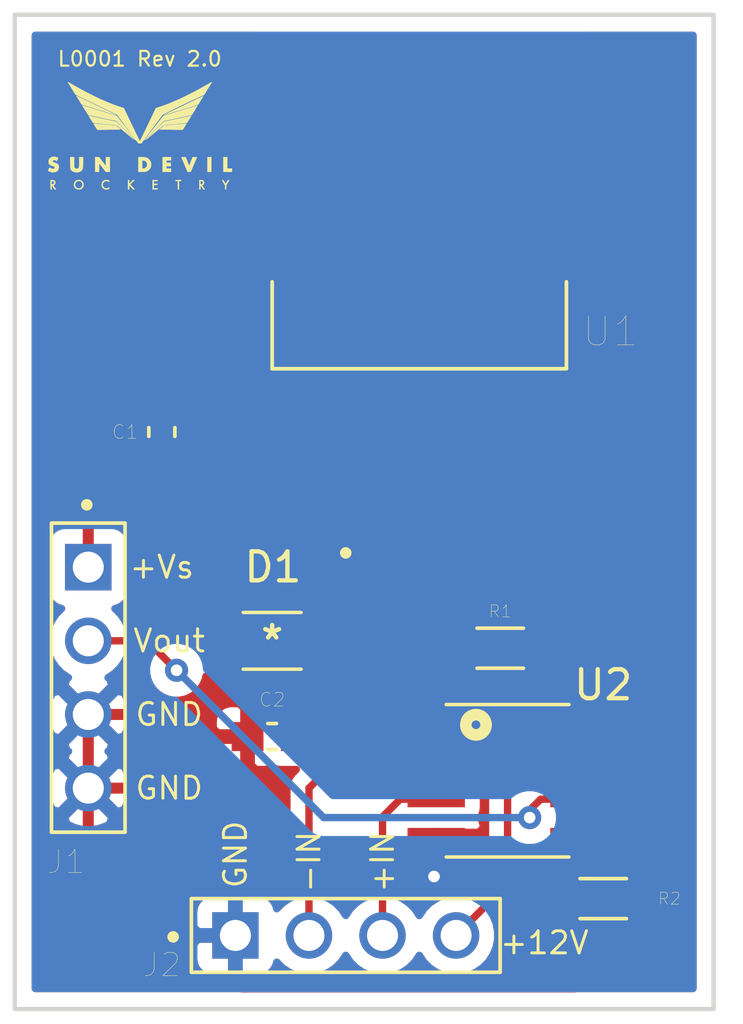
<source format=kicad_pcb>
(kicad_pcb (version 20171130) (host pcbnew 5.1.10)

  (general
    (thickness 1.6)
    (drawings 13)
    (tracks 74)
    (zones 0)
    (modules 10)
    (nets 9)
  )

  (page A4)
  (title_block
    (title "Instrumentation Amplifier")
    (date 2021-06-12)
    (rev 2.0)
    (company "Sun Devil Rocketry")
    (comment 4 "Author: Colton Acosta")
  )

  (layers
    (0 F.Cu signal)
    (31 B.Cu signal)
    (32 B.Adhes user)
    (33 F.Adhes user)
    (34 B.Paste user)
    (35 F.Paste user)
    (36 B.SilkS user)
    (37 F.SilkS user)
    (38 B.Mask user)
    (39 F.Mask user)
    (40 Dwgs.User user)
    (41 Cmts.User user)
    (42 Eco1.User user)
    (43 Eco2.User user)
    (44 Edge.Cuts user)
    (45 Margin user)
    (46 B.CrtYd user)
    (47 F.CrtYd user)
    (48 B.Fab user)
    (49 F.Fab user)
  )

  (setup
    (last_trace_width 0.254)
    (trace_clearance 0.2)
    (zone_clearance 0.508)
    (zone_45_only no)
    (trace_min 0.2)
    (via_size 0.8)
    (via_drill 0.4)
    (via_min_size 0.4)
    (via_min_drill 0.3)
    (uvia_size 0.4)
    (uvia_drill 0.1)
    (uvias_allowed no)
    (uvia_min_size 0.4)
    (uvia_min_drill 0.1)
    (edge_width 0.05)
    (segment_width 0.2)
    (pcb_text_width 0.3)
    (pcb_text_size 1.5 1.5)
    (mod_edge_width 0.12)
    (mod_text_size 1 1)
    (mod_text_width 0.15)
    (pad_size 1.524 1.524)
    (pad_drill 0.762)
    (pad_to_mask_clearance 0)
    (aux_axis_origin 0 0)
    (visible_elements FFFFFF7F)
    (pcbplotparams
      (layerselection 0x010fc_ffffffff)
      (usegerberextensions false)
      (usegerberattributes true)
      (usegerberadvancedattributes true)
      (creategerberjobfile true)
      (excludeedgelayer true)
      (linewidth 0.100000)
      (plotframeref false)
      (viasonmask false)
      (mode 1)
      (useauxorigin false)
      (hpglpennumber 1)
      (hpglpenspeed 20)
      (hpglpendiameter 15.000000)
      (psnegative false)
      (psa4output false)
      (plotreference true)
      (plotvalue true)
      (plotinvisibletext false)
      (padsonsilk false)
      (subtractmaskfromsilk false)
      (outputformat 1)
      (mirror false)
      (drillshape 1)
      (scaleselection 1)
      (outputdirectory ""))
  )

  (net 0 "")
  (net 1 Earth)
  (net 2 ~)
  (net 3 "Net-(J2-Pad3)")
  (net 4 "Net-(J2-Pad2)")
  (net 5 "Net-(R1-Pad2)")
  (net 6 "Net-(R1-Pad1)")
  (net 7 /Vout)
  (net 8 /+Vs)

  (net_class Default "This is the default net class."
    (clearance 0.2)
    (trace_width 0.254)
    (via_dia 0.8)
    (via_drill 0.4)
    (uvia_dia 0.4)
    (uvia_drill 0.1)
    (add_net /Vout)
    (add_net "Net-(J2-Pad2)")
    (add_net "Net-(J2-Pad3)")
    (add_net "Net-(R1-Pad1)")
    (add_net "Net-(R1-Pad2)")
    (add_net ~)
  )

  (net_class Power ""
    (clearance 0.2)
    (trace_width 0.381)
    (via_dia 0.8)
    (via_drill 0.4)
    (uvia_dia 0.4)
    (uvia_drill 0.1)
    (add_net /+Vs)
    (add_net Earth)
  )

  (module Instrumentation-Amplifier:logo2 (layer F.Cu) (tedit 0) (tstamp 60C53B22)
    (at 108.458 104.394)
    (fp_text reference G*** (at 0 0) (layer F.SilkS) hide
      (effects (font (size 1.524 1.524) (thickness 0.3)))
    )
    (fp_text value LOGO (at 0.75 0) (layer F.SilkS) hide
      (effects (font (size 1.524 1.524) (thickness 0.3)))
    )
    (fp_poly (pts (xy -2.085302 1.632937) (xy -2.067738 1.634957) (xy -2.052425 1.63884) (xy -2.043495 1.642076)
      (xy -2.017179 1.656241) (xy -1.992013 1.676754) (xy -1.970162 1.701558) (xy -1.954816 1.726454)
      (xy -1.948542 1.73978) (xy -1.944524 1.750736) (xy -1.942271 1.76193) (xy -1.941291 1.775972)
      (xy -1.941089 1.795471) (xy -1.941096 1.799092) (xy -1.941365 1.819999) (xy -1.942352 1.835011)
      (xy -1.944514 1.846696) (xy -1.948307 1.857623) (xy -1.953536 1.869017) (xy -1.970983 1.896762)
      (xy -1.994353 1.922029) (xy -2.02121 1.942385) (xy -2.034116 1.949456) (xy -2.048257 1.955611)
      (xy -2.061401 1.959474) (xy -2.076579 1.961666) (xy -2.096822 1.962809) (xy -2.099733 1.962905)
      (xy -2.127182 1.962775) (xy -2.148587 1.960575) (xy -2.157789 1.958359) (xy -2.191539 1.942958)
      (xy -2.222197 1.919719) (xy -2.23247 1.909451) (xy -2.25388 1.880845) (xy -2.267946 1.84955)
      (xy -2.274898 1.816659) (xy -2.274953 1.790273) (xy -2.234377 1.790273) (xy -2.232354 1.82239)
      (xy -2.222797 1.852177) (xy -2.206125 1.878648) (xy -2.182753 1.90082) (xy -2.162153 1.913496)
      (xy -2.148016 1.920255) (xy -2.136752 1.924091) (xy -2.12504 1.925643) (xy -2.109559 1.925552)
      (xy -2.10146 1.925193) (xy -2.081344 1.923599) (xy -2.06656 1.920642) (xy -2.053993 1.915573)
      (xy -2.048189 1.912378) (xy -2.024848 1.894882) (xy -2.004199 1.872286) (xy -1.989009 1.847649)
      (xy -1.988368 1.846251) (xy -1.980883 1.820488) (xy -1.979358 1.791811) (xy -1.983712 1.763239)
      (xy -1.991223 1.742782) (xy -2.009109 1.715141) (xy -2.032189 1.693465) (xy -2.059288 1.678284)
      (xy -2.089233 1.670124) (xy -2.120847 1.669513) (xy -2.144149 1.674091) (xy -2.166602 1.684182)
      (xy -2.188544 1.700277) (xy -2.207853 1.72029) (xy -2.222407 1.742141) (xy -2.228451 1.756811)
      (xy -2.234377 1.790273) (xy -2.274953 1.790273) (xy -2.274968 1.783269) (xy -2.268384 1.750472)
      (xy -2.255378 1.719364) (xy -2.236179 1.69104) (xy -2.211019 1.666593) (xy -2.180126 1.647118)
      (xy -2.176952 1.64559) (xy -2.16237 1.639134) (xy -2.150241 1.635167) (xy -2.137548 1.633105)
      (xy -2.121269 1.632365) (xy -2.1082 1.632314) (xy -2.085302 1.632937)) (layer F.SilkS) (width 0.01))
    (fp_poly (pts (xy -1.129233 1.632563) (xy -1.11493 1.633993) (xy -1.102799 1.637102) (xy -1.089695 1.642553)
      (xy -1.082175 1.646176) (xy -1.0541 1.659997) (xy -1.0541 1.685132) (xy -1.05467 1.700612)
      (xy -1.056775 1.708306) (xy -1.061002 1.70884) (xy -1.06794 1.702842) (xy -1.069319 1.701342)
      (xy -1.084008 1.689576) (xy -1.104155 1.679385) (xy -1.126757 1.67205) (xy -1.145034 1.669064)
      (xy -1.17503 1.670822) (xy -1.203659 1.680239) (xy -1.229635 1.696507) (xy -1.25167 1.718818)
      (xy -1.26848 1.746365) (xy -1.268611 1.746649) (xy -1.274345 1.760615) (xy -1.277341 1.773018)
      (xy -1.278179 1.787424) (xy -1.277692 1.802616) (xy -1.27483 1.828706) (xy -1.268388 1.84991)
      (xy -1.257092 1.869488) (xy -1.24609 1.883418) (xy -1.224492 1.90407) (xy -1.200628 1.917359)
      (xy -1.172605 1.924222) (xy -1.161561 1.925274) (xy -1.133113 1.924874) (xy -1.108602 1.919038)
      (xy -1.085057 1.906856) (xy -1.072675 1.898068) (xy -1.053689 1.883576) (xy -1.054953 1.910045)
      (xy -1.056216 1.936514) (xy -1.08097 1.949154) (xy -1.094694 1.955558) (xy -1.107201 1.959532)
      (xy -1.12156 1.961746) (xy -1.140836 1.962867) (xy -1.14447 1.962986) (xy -1.168938 1.96287)
      (xy -1.189015 1.961048) (xy -1.20015 1.958569) (xy -1.236048 1.942554) (xy -1.26652 1.920244)
      (xy -1.291114 1.892032) (xy -1.305584 1.866912) (xy -1.312087 1.852103) (xy -1.315996 1.839484)
      (xy -1.317952 1.825827) (xy -1.318596 1.807904) (xy -1.31863 1.801283) (xy -1.315513 1.763056)
      (xy -1.305753 1.729694) (xy -1.288912 1.700298) (xy -1.264549 1.673971) (xy -1.250849 1.662759)
      (xy -1.228107 1.647972) (xy -1.20485 1.638447) (xy -1.178566 1.63343) (xy -1.14885 1.632152)
      (xy -1.129233 1.632563)) (layer F.SilkS) (width 0.01))
    (fp_poly (pts (xy -2.999701 1.639951) (xy -2.97114 1.645137) (xy -2.949132 1.654205) (xy -2.93303 1.667501)
      (xy -2.922189 1.685375) (xy -2.917134 1.701929) (xy -2.914624 1.730043) (xy -2.91894 1.756214)
      (xy -2.92941 1.779185) (xy -2.945363 1.797698) (xy -2.966125 1.810495) (xy -2.977091 1.814112)
      (xy -2.985481 1.816817) (xy -2.988733 1.818999) (xy -2.986391 1.822905) (xy -2.979875 1.832578)
      (xy -2.969955 1.846908) (xy -2.957396 1.864787) (xy -2.942969 1.885106) (xy -2.94289 1.885215)
      (xy -2.928207 1.905838) (xy -2.915135 1.924294) (xy -2.904508 1.939395) (xy -2.897161 1.949955)
      (xy -2.893957 1.954742) (xy -2.89432 1.957827) (xy -2.900717 1.959496) (xy -2.914302 1.960031)
      (xy -2.915614 1.960033) (xy -2.940361 1.960033) (xy -2.988478 1.890183) (xy -3.003298 1.868918)
      (xy -3.016626 1.850261) (xy -3.027686 1.835264) (xy -3.035698 1.824979) (xy -3.039885 1.820455)
      (xy -3.040181 1.820333) (xy -3.041374 1.824334) (xy -3.042399 1.835405) (xy -3.043184 1.852153)
      (xy -3.043658 1.873181) (xy -3.043766 1.890183) (xy -3.043766 1.960033) (xy -3.081866 1.960033)
      (xy -3.081866 1.782233) (xy -3.043766 1.782233) (xy -3.022686 1.782233) (xy -3.005868 1.780739)
      (xy -2.989129 1.776998) (xy -2.984423 1.775358) (xy -2.96864 1.765167) (xy -2.958716 1.750793)
      (xy -2.954494 1.73401) (xy -2.955815 1.71659) (xy -2.962521 1.700309) (xy -2.974456 1.686939)
      (xy -2.991461 1.678255) (xy -2.993099 1.677799) (xy -3.008874 1.674556) (xy -3.024515 1.672663)
      (xy -3.027891 1.672507) (xy -3.043766 1.672167) (xy -3.043766 1.782233) (xy -3.081866 1.782233)
      (xy -3.081866 1.6383) (xy -3.035459 1.6383) (xy -2.999701 1.639951)) (layer F.SilkS) (width 0.01))
    (fp_poly (pts (xy -0.364067 1.767314) (xy -0.234851 1.6383) (xy -0.180005 1.6383) (xy -0.254728 1.713442)
      (xy -0.329451 1.788583) (xy -0.253751 1.871133) (xy -0.23356 1.893261) (xy -0.215389 1.913387)
      (xy -0.199989 1.930662) (xy -0.188111 1.944237) (xy -0.180507 1.953262) (xy -0.177925 1.956858)
      (xy -0.18171 1.958495) (xy -0.191707 1.959621) (xy -0.204258 1.959979) (xy -0.230717 1.959925)
      (xy -0.294217 1.88811) (xy -0.31259 1.867478) (xy -0.329157 1.849155) (xy -0.343085 1.83404)
      (xy -0.353538 1.823034) (xy -0.359682 1.817037) (xy -0.360892 1.816197) (xy -0.361933 1.820168)
      (xy -0.362831 1.831233) (xy -0.363525 1.848021) (xy -0.363955 1.869158) (xy -0.364067 1.888067)
      (xy -0.364067 1.960033) (xy -0.4064 1.960033) (xy -0.4064 1.6383) (xy -0.364067 1.6383)
      (xy -0.364067 1.767314)) (layer F.SilkS) (width 0.01))
    (fp_poly (pts (xy 0.613834 1.672167) (xy 0.486834 1.672167) (xy 0.486834 1.7653) (xy 0.6096 1.7653)
      (xy 0.6096 1.8034) (xy 0.486834 1.8034) (xy 0.486834 1.921933) (xy 0.613834 1.921933)
      (xy 0.613834 1.960033) (xy 0.4445 1.960033) (xy 0.4445 1.6383) (xy 0.613834 1.6383)
      (xy 0.613834 1.672167)) (layer F.SilkS) (width 0.01))
    (fp_poly (pts (xy 1.430867 1.672167) (xy 1.354667 1.672167) (xy 1.354667 1.960033) (xy 1.312334 1.960033)
      (xy 1.312334 1.672167) (xy 1.236134 1.672167) (xy 1.236134 1.6383) (xy 1.430867 1.6383)
      (xy 1.430867 1.672167)) (layer F.SilkS) (width 0.01))
    (fp_poly (pts (xy 2.10938 1.638923) (xy 2.132341 1.639775) (xy 2.148917 1.641022) (xy 2.161191 1.643011)
      (xy 2.171243 1.646091) (xy 2.181157 1.650612) (xy 2.182118 1.651104) (xy 2.201828 1.665199)
      (xy 2.214839 1.683982) (xy 2.221424 1.707953) (xy 2.222407 1.724691) (xy 2.219052 1.753907)
      (xy 2.209166 1.777759) (xy 2.192678 1.796359) (xy 2.169516 1.80982) (xy 2.166467 1.811026)
      (xy 2.147359 1.818279) (xy 2.195494 1.885981) (xy 2.21031 1.906983) (xy 2.223279 1.92568)
      (xy 2.233651 1.940966) (xy 2.240678 1.951733) (xy 2.243607 1.956874) (xy 2.243648 1.957069)
      (xy 2.239836 1.958697) (xy 2.229955 1.959402) (xy 2.219733 1.959186) (xy 2.195799 1.957917)
      (xy 2.148824 1.889283) (xy 2.134237 1.868187) (xy 2.12117 1.849701) (xy 2.1104 1.834891)
      (xy 2.102704 1.824823) (xy 2.098859 1.820563) (xy 2.098675 1.820491) (xy 2.097619 1.824437)
      (xy 2.096711 1.835459) (xy 2.096016 1.852164) (xy 2.095596 1.873163) (xy 2.0955 1.890183)
      (xy 2.0955 1.960033) (xy 2.0574 1.960033) (xy 2.0574 1.782233) (xy 2.0955 1.782233)
      (xy 2.117725 1.782227) (xy 2.13513 1.78061) (xy 2.150972 1.776462) (xy 2.154767 1.774818)
      (xy 2.170309 1.762634) (xy 2.180065 1.745636) (xy 2.182843 1.726122) (xy 2.182383 1.72161)
      (xy 2.177811 1.703496) (xy 2.16952 1.690556) (xy 2.156233 1.681798) (xy 2.136677 1.676228)
      (xy 2.121249 1.673986) (xy 2.0955 1.671073) (xy 2.0955 1.782233) (xy 2.0574 1.782233)
      (xy 2.0574 1.637429) (xy 2.10938 1.638923)) (layer F.SilkS) (width 0.01))
    (fp_poly (pts (xy 2.877293 1.638576) (xy 2.88264 1.640104) (xy 2.887839 1.644031) (xy 2.893708 1.65126)
      (xy 2.901061 1.662697) (xy 2.910716 1.679243) (xy 2.923489 1.701803) (xy 2.930098 1.713499)
      (xy 2.942918 1.73594) (xy 2.952357 1.751805) (xy 2.959063 1.761965) (xy 2.963683 1.76729)
      (xy 2.966865 1.768652) (xy 2.969257 1.766921) (xy 2.96953 1.766535) (xy 2.973317 1.760346)
      (xy 2.980408 1.748241) (xy 2.989959 1.731681) (xy 3.001124 1.712129) (xy 3.007813 1.700333)
      (xy 3.019421 1.680239) (xy 3.029916 1.662861) (xy 3.038473 1.649505) (xy 3.04427 1.641474)
      (xy 3.046083 1.639754) (xy 3.053174 1.638836) (xy 3.065062 1.638819) (xy 3.07063 1.639105)
      (xy 3.090067 1.640417) (xy 3.037395 1.731433) (xy 2.984723 1.82245) (xy 2.984611 1.891242)
      (xy 2.9845 1.960033) (xy 2.9464 1.960033) (xy 2.9464 1.824372) (xy 2.893713 1.732394)
      (xy 2.841026 1.640417) (xy 2.862893 1.639105) (xy 2.870983 1.638544) (xy 2.877293 1.638576)) (layer F.SilkS) (width 0.01))
    (fp_poly (pts (xy -2.941447 0.837127) (xy -2.914951 0.839813) (xy -2.893483 0.844225) (xy -2.871804 0.850652)
      (xy -2.851657 0.857826) (xy -2.83457 0.865077) (xy -2.822068 0.871734) (xy -2.815677 0.877127)
      (xy -2.815166 0.87862) (xy -2.817049 0.884238) (xy -2.822196 0.895728) (xy -2.829861 0.911506)
      (xy -2.839293 0.92999) (xy -2.84102 0.933289) (xy -2.866874 0.982512) (xy -2.878062 0.975073)
      (xy -2.906157 0.959512) (xy -2.933054 0.950655) (xy -2.957846 0.948604) (xy -2.979623 0.953461)
      (xy -2.993848 0.962042) (xy -3.002651 0.972019) (xy -3.007997 0.982912) (xy -3.008058 0.983163)
      (xy -3.008615 0.991789) (xy -3.004759 0.999888) (xy -2.996586 1.008994) (xy -2.987686 1.016411)
      (xy -2.975868 1.023186) (xy -2.959416 1.030137) (xy -2.936615 1.038083) (xy -2.933693 1.039038)
      (xy -2.900959 1.050379) (xy -2.875028 1.061096) (xy -2.854352 1.071984) (xy -2.837386 1.083836)
      (xy -2.825386 1.094602) (xy -2.810738 1.112601) (xy -2.801004 1.133426) (xy -2.795627 1.158755)
      (xy -2.79405 1.189262) (xy -2.797139 1.230705) (xy -2.806408 1.26644) (xy -2.822049 1.296743)
      (xy -2.84425 1.32189) (xy -2.873202 1.342154) (xy -2.909094 1.357812) (xy -2.910721 1.358361)
      (xy -2.933454 1.363942) (xy -2.961224 1.367754) (xy -2.990741 1.369561) (xy -3.018718 1.369128)
      (xy -3.035852 1.367329) (xy -3.0534 1.363773) (xy -3.073555 1.358566) (xy -3.086652 1.35456)
      (xy -3.101757 1.348817) (xy -3.118931 1.34122) (xy -3.136179 1.332788) (xy -3.151508 1.324541)
      (xy -3.162925 1.317497) (xy -3.16837 1.312786) (xy -3.167083 1.308415) (xy -3.162651 1.29822)
      (xy -3.1559 1.283852) (xy -3.147658 1.266964) (xy -3.13875 1.249208) (xy -3.130004 1.232237)
      (xy -3.122246 1.217703) (xy -3.116302 1.207259) (xy -3.113473 1.203034) (xy -3.10973 1.204551)
      (xy -3.101167 1.209859) (xy -3.091806 1.216286) (xy -3.06645 1.232806) (xy -3.044085 1.243699)
      (xy -3.02239 1.249926) (xy -3.005286 1.252104) (xy -2.985926 1.252557) (xy -2.971445 1.250355)
      (xy -2.961708 1.246666) (xy -2.946352 1.235817) (xy -2.937036 1.221749) (xy -2.934283 1.206269)
      (xy -2.938613 1.191186) (xy -2.943702 1.184244) (xy -2.951581 1.176761) (xy -2.960955 1.170337)
      (xy -2.973376 1.164243) (xy -2.990399 1.157755) (xy -3.013577 1.150144) (xy -3.022591 1.14734)
      (xy -3.05692 1.135741) (xy -3.084007 1.124088) (xy -3.105045 1.11162) (xy -3.121227 1.097572)
      (xy -3.133749 1.081184) (xy -3.138134 1.073551) (xy -3.14226 1.064637) (xy -3.144954 1.05512)
      (xy -3.146506 1.042934) (xy -3.147201 1.026017) (xy -3.147335 1.007533) (xy -3.147056 0.984409)
      (xy -3.146005 0.967335) (xy -3.143864 0.953907) (xy -3.140312 0.941721) (xy -3.137656 0.934713)
      (xy -3.120968 0.904318) (xy -3.097155 0.878235) (xy -3.066595 0.856854) (xy -3.057413 0.852025)
      (xy -3.043541 0.845306) (xy -3.03266 0.840807) (xy -3.022452 0.838089) (xy -3.010599 0.836712)
      (xy -2.994785 0.836235) (xy -2.974136 0.836216) (xy -2.941447 0.837127)) (layer F.SilkS) (width 0.01))
    (fp_poly (pts (xy -2.263996 1.017183) (xy -2.262717 1.187699) (xy -2.252029 1.208455) (xy -2.237931 1.228161)
      (xy -2.219137 1.241175) (xy -2.195146 1.247771) (xy -2.178442 1.248764) (xy -2.157862 1.247201)
      (xy -2.141594 1.242089) (xy -2.136115 1.239239) (xy -2.126018 1.232887) (xy -2.117554 1.225857)
      (xy -2.110581 1.217379) (xy -2.104956 1.206686) (xy -2.100535 1.193011) (xy -2.097178 1.175585)
      (xy -2.094741 1.153641) (xy -2.093082 1.12641) (xy -2.092058 1.093126) (xy -2.091526 1.05302)
      (xy -2.091346 1.005325) (xy -2.09134 0.998008) (xy -2.091266 0.846667) (xy -1.9558 0.846667)
      (xy -1.955835 1.004358) (xy -1.955974 1.055298) (xy -1.956404 1.0986) (xy -1.957182 1.135087)
      (xy -1.958362 1.165587) (xy -1.960001 1.190922) (xy -1.962154 1.211919) (xy -1.964877 1.229401)
      (xy -1.968227 1.244195) (xy -1.972257 1.257124) (xy -1.973072 1.259349) (xy -1.987596 1.28678)
      (xy -2.009138 1.311869) (xy -2.036337 1.333505) (xy -2.067833 1.350577) (xy -2.097101 1.360704)
      (xy -2.117781 1.364663) (xy -2.143743 1.367572) (xy -2.171846 1.369263) (xy -2.198951 1.369564)
      (xy -2.221918 1.368308) (xy -2.226733 1.367717) (xy -2.269386 1.358379) (xy -2.306712 1.343381)
      (xy -2.338246 1.323032) (xy -2.363522 1.297637) (xy -2.382072 1.267502) (xy -2.383197 1.265019)
      (xy -2.387205 1.25495) (xy -2.390548 1.2439) (xy -2.393284 1.23104) (xy -2.39547 1.215542)
      (xy -2.397164 1.196575) (xy -2.398423 1.173313) (xy -2.399306 1.144924) (xy -2.399869 1.110581)
      (xy -2.40017 1.069455) (xy -2.400268 1.020716) (xy -2.400268 1.019175) (xy -2.4003 0.846667)
      (xy -2.265276 0.846667) (xy -2.263996 1.017183)) (layer F.SilkS) (width 0.01))
    (fp_poly (pts (xy -1.288854 0.998792) (xy -1.170516 1.150918) (xy -1.169405 0.998792) (xy -1.168294 0.846667)
      (xy -1.032933 0.846667) (xy -1.032933 1.354667) (xy -1.171244 1.354667) (xy -1.287297 1.204988)
      (xy -1.40335 1.05531) (xy -1.404462 1.204988) (xy -1.405573 1.354667) (xy -1.540933 1.354667)
      (xy -1.540933 0.846667) (xy -1.407191 0.846667) (xy -1.288854 0.998792)) (layer F.SilkS) (width 0.01))
    (fp_poly (pts (xy 0.056092 0.84674) (xy 0.096365 0.846953) (xy 0.129467 0.847659) (xy 0.15669 0.849047)
      (xy 0.179325 0.851306) (xy 0.198662 0.854626) (xy 0.215992 0.859196) (xy 0.232606 0.865206)
      (xy 0.249796 0.872846) (xy 0.256707 0.876197) (xy 0.293329 0.898728) (xy 0.325918 0.927696)
      (xy 0.353357 0.961734) (xy 0.374524 0.99948) (xy 0.38723 1.035271) (xy 0.390367 1.052208)
      (xy 0.392626 1.074096) (xy 0.393668 1.097438) (xy 0.3937 1.102003) (xy 0.391283 1.144715)
      (xy 0.383552 1.182048) (xy 0.369793 1.215732) (xy 0.349288 1.2475) (xy 0.321321 1.279082)
      (xy 0.319813 1.28059) (xy 0.291885 1.305894) (xy 0.266455 1.323697) (xy 0.258234 1.328139)
      (xy 0.242766 1.335521) (xy 0.228496 1.341401) (xy 0.214197 1.345949) (xy 0.19864 1.349332)
      (xy 0.180597 1.351718) (xy 0.158842 1.353276) (xy 0.132145 1.354174) (xy 0.099279 1.354581)
      (xy 0.064727 1.354667) (xy -0.0508 1.354667) (xy -0.0508 1.241428) (xy 0.084667 1.241428)
      (xy 0.120602 1.239542) (xy 0.14091 1.237937) (xy 0.156508 1.234997) (xy 0.171143 1.229765)
      (xy 0.184972 1.223136) (xy 0.212313 1.205093) (xy 0.232712 1.182347) (xy 0.24627 1.154724)
      (xy 0.253087 1.12205) (xy 0.254 1.102783) (xy 0.250452 1.067659) (xy 0.240044 1.036508)
      (xy 0.223133 1.010044) (xy 0.200076 0.98898) (xy 0.195683 0.986059) (xy 0.179665 0.976966)
      (xy 0.163692 0.970637) (xy 0.145112 0.966298) (xy 0.121275 0.963174) (xy 0.115359 0.9626)
      (xy 0.084667 0.959751) (xy 0.084667 1.241428) (xy -0.0508 1.241428) (xy -0.0508 0.846667)
      (xy 0.056092 0.84674)) (layer F.SilkS) (width 0.01))
    (fp_poly (pts (xy 1.0795 0.960967) (xy 0.922867 0.960967) (xy 0.922867 1.0414) (xy 1.071034 1.0414)
      (xy 1.071034 1.159933) (xy 0.922867 1.159933) (xy 0.922867 1.240367) (xy 1.0795 1.240367)
      (xy 1.0795 1.354667) (xy 0.7874 1.354667) (xy 0.7874 0.846667) (xy 1.0795 0.846667)
      (xy 1.0795 0.960967)) (layer F.SilkS) (width 0.01))
    (fp_poly (pts (xy 1.925963 0.846722) (xy 1.945274 0.846966) (xy 1.958347 0.847513) (xy 1.966299 0.848478)
      (xy 1.970242 0.849978) (xy 1.971291 0.852127) (xy 1.970902 0.854075) (xy 1.968852 0.859181)
      (xy 1.963757 0.871387) (xy 1.955907 0.890011) (xy 1.945592 0.914369) (xy 1.933102 0.94378)
      (xy 1.918726 0.97756) (xy 1.902755 1.015029) (xy 1.885478 1.055502) (xy 1.867185 1.098298)
      (xy 1.863456 1.107017) (xy 1.758412 1.35255) (xy 1.648884 1.354638) (xy 1.545167 1.107093)
      (xy 1.52701 1.063708) (xy 1.509822 1.022543) (xy 1.493883 0.984276) (xy 1.479474 0.949586)
      (xy 1.466877 0.919153) (xy 1.456372 0.893656) (xy 1.44824 0.873773) (xy 1.442763 0.860184)
      (xy 1.440221 0.853568) (xy 1.440081 0.853107) (xy 1.440547 0.850753) (xy 1.443826 0.849042)
      (xy 1.45101 0.847878) (xy 1.463194 0.847162) (xy 1.481471 0.846797) (xy 1.506934 0.846685)
      (xy 1.512048 0.846684) (xy 1.585384 0.846702) (xy 1.644611 0.996795) (xy 1.657878 1.030184)
      (xy 1.670233 1.060836) (xy 1.681327 1.087919) (xy 1.690812 1.110598) (xy 1.698337 1.128041)
      (xy 1.703554 1.139413) (xy 1.706112 1.143881) (xy 1.706265 1.143886) (xy 1.708323 1.139396)
      (xy 1.71313 1.127917) (xy 1.720327 1.110334) (xy 1.729554 1.087533) (xy 1.740454 1.060402)
      (xy 1.752668 1.029826) (xy 1.765837 0.996691) (xy 1.766993 0.993775) (xy 1.825295 0.846667)
      (xy 1.8993 0.846667) (xy 1.925963 0.846722)) (layer F.SilkS) (width 0.01))
    (fp_poly (pts (xy 2.472267 1.354667) (xy 2.3368 1.354667) (xy 2.3368 0.846667) (xy 2.472267 0.846667)
      (xy 2.472267 1.354667)) (layer F.SilkS) (width 0.01))
    (fp_poly (pts (xy 3.0226 1.240367) (xy 3.183467 1.240367) (xy 3.183467 1.354667) (xy 2.887133 1.354667)
      (xy 2.887133 0.846667) (xy 3.0226 0.846667) (xy 3.0226 1.240367)) (layer F.SilkS) (width 0.01))
    (fp_poly (pts (xy -2.473285 -1.742143) (xy -2.463216 -1.736851) (xy -2.449685 -1.729272) (xy -2.445173 -1.726668)
      (xy -2.428988 -1.71727) (xy -2.41381 -1.708471) (xy -2.402567 -1.701966) (xy -2.401358 -1.701268)
      (xy -2.38749 -1.693265) (xy -2.373842 -1.685383) (xy -2.365751 -1.680735) (xy -2.351783 -1.672741)
      (xy -2.333419 -1.662247) (xy -2.312138 -1.650097) (xy -2.29235 -1.63881) (xy -2.27039 -1.626259)
      (xy -2.250693 -1.614948) (xy -2.234554 -1.605624) (xy -2.223271 -1.599038) (xy -2.218267 -1.596021)
      (xy -2.210411 -1.591363) (xy -2.19924 -1.585256) (xy -2.1971 -1.584132) (xy -2.187756 -1.579098)
      (xy -2.173015 -1.570968) (xy -2.154838 -1.560832) (xy -2.13519 -1.549779) (xy -2.1336 -1.54888)
      (xy -2.113923 -1.537824) (xy -2.09556 -1.527632) (xy -2.08047 -1.519384) (xy -2.070614 -1.514161)
      (xy -2.0701 -1.5139) (xy -2.058001 -1.507628) (xy -2.047827 -1.502053) (xy -2.046816 -1.501465)
      (xy -2.040036 -1.497671) (xy -2.027458 -1.490805) (xy -2.010757 -1.481775) (xy -1.991609 -1.471491)
      (xy -1.98755 -1.469319) (xy -1.967111 -1.45837) (xy -1.947805 -1.447991) (xy -1.93166 -1.439276)
      (xy -1.920707 -1.433318) (xy -1.919816 -1.432829) (xy -1.902662 -1.423594) (xy -1.878991 -1.411165)
      (xy -1.849884 -1.396087) (xy -1.81642 -1.378906) (xy -1.779679 -1.360165) (xy -1.740741 -1.340409)
      (xy -1.700686 -1.320185) (xy -1.660594 -1.300036) (xy -1.621545 -1.280508) (xy -1.584618 -1.262145)
      (xy -1.550894 -1.245492) (xy -1.521452 -1.231096) (xy -1.497373 -1.219499) (xy -1.49225 -1.217069)
      (xy -1.454767 -1.199493) (xy -1.411562 -1.179452) (xy -1.364666 -1.157882) (xy -1.316113 -1.13572)
      (xy -1.27635 -1.117697) (xy -1.22464 -1.094748) (xy -1.168299 -1.070461) (xy -1.109761 -1.045849)
      (xy -1.051457 -1.02192) (xy -0.99582 -0.999685) (xy -0.945281 -0.980153) (xy -0.944033 -0.979682)
      (xy -0.922148 -0.971376) (xy -0.90256 -0.963868) (xy -0.886877 -0.95778) (xy -0.876705 -0.953733)
      (xy -0.874183 -0.952666) (xy -0.86182 -0.94764) (xy -0.842697 -0.94058) (xy -0.818154 -0.931924)
      (xy -0.789529 -0.922112) (xy -0.75816 -0.911582) (xy -0.725387 -0.900772) (xy -0.692547 -0.890121)
      (xy -0.660979 -0.880069) (xy -0.632022 -0.871052) (xy -0.607015 -0.86351) (xy -0.587295 -0.857882)
      (xy -0.576403 -0.855093) (xy -0.55379 -0.849869) (xy -0.517783 -0.775243) (xy -0.504066 -0.746866)
      (xy -0.487993 -0.713698) (xy -0.47093 -0.678556) (xy -0.454245 -0.644252) (xy -0.440448 -0.61595)
      (xy -0.426946 -0.588247) (xy -0.413347 -0.560276) (xy -0.400565 -0.533918) (xy -0.389511 -0.511054)
      (xy -0.381098 -0.493565) (xy -0.379903 -0.491067) (xy -0.371312 -0.47309) (xy -0.360213 -0.449867)
      (xy -0.347751 -0.423791) (xy -0.335068 -0.397254) (xy -0.328311 -0.383117) (xy -0.315624 -0.356723)
      (xy -0.3005 -0.325494) (xy -0.284273 -0.292174) (xy -0.268279 -0.259506) (xy -0.255918 -0.234406)
      (xy -0.244064 -0.210204) (xy -0.233604 -0.18844) (xy -0.225091 -0.170297) (xy -0.219077 -0.156957)
      (xy -0.216114 -0.149605) (xy -0.2159 -0.148681) (xy -0.212969 -0.144165) (xy -0.211667 -0.143933)
      (xy -0.207726 -0.140594) (xy -0.207433 -0.138679) (xy -0.20567 -0.132566) (xy -0.201005 -0.121158)
      (xy -0.194372 -0.106708) (xy -0.192942 -0.103754) (xy -0.186436 -0.090378) (xy -0.177141 -0.071189)
      (xy -0.165935 -0.048008) (xy -0.153698 -0.022653) (xy -0.141762 0.002116) (xy -0.127388 0.031901)
      (xy -0.111315 0.065097) (xy -0.095012 0.098672) (xy -0.079951 0.129597) (xy -0.071587 0.146713)
      (xy -0.060824 0.168942) (xy -0.051498 0.188675) (xy -0.044207 0.204609) (xy -0.039547 0.215438)
      (xy -0.0381 0.219738) (xy -0.035107 0.224163) (xy -0.033867 0.224366) (xy -0.02989 0.227685)
      (xy -0.029633 0.229413) (xy -0.027895 0.235699) (xy -0.023364 0.246756) (xy -0.017067 0.260497)
      (xy -0.010027 0.274832) (xy -0.003272 0.287674) (xy 0.002173 0.296935) (xy 0.005284 0.300527)
      (xy 0.005292 0.300527) (xy 0.008306 0.297252) (xy 0.008467 0.295742) (xy 0.010247 0.290448)
      (xy 0.015158 0.278993) (xy 0.022558 0.262797) (xy 0.031806 0.24328) (xy 0.037672 0.231184)
      (xy 0.050225 0.205429) (xy 0.064897 0.175206) (xy 0.080151 0.143683) (xy 0.094453 0.114029)
      (xy 0.099412 0.103716) (xy 0.112149 0.077317) (xy 0.1257 0.049428) (xy 0.138794 0.022651)
      (xy 0.150161 -0.00041) (xy 0.154874 -0.009882) (xy 0.163783 -0.028178) (xy 0.171076 -0.044059)
      (xy 0.176 -0.055817) (xy 0.1778 -0.06174) (xy 0.180204 -0.067141) (xy 0.182034 -0.067734)
      (xy 0.186121 -0.070974) (xy 0.186267 -0.072109) (xy 0.188057 -0.077028) (xy 0.193074 -0.08839)
      (xy 0.200783 -0.105052) (xy 0.210654 -0.12587) (xy 0.222151 -0.149703) (xy 0.228185 -0.162068)
      (xy 0.2414 -0.189133) (xy 0.254323 -0.215759) (xy 0.266149 -0.240274) (xy 0.276074 -0.261009)
      (xy 0.283293 -0.276292) (xy 0.284734 -0.2794) (xy 0.290381 -0.29155) (xy 0.297217 -0.306051)
      (xy 0.30558 -0.323603) (xy 0.315808 -0.344907) (xy 0.328239 -0.370664) (xy 0.34321 -0.401574)
      (xy 0.361059 -0.438338) (xy 0.382124 -0.481658) (xy 0.393914 -0.505883) (xy 0.407404 -0.53366)
      (xy 0.421594 -0.562993) (xy 0.435324 -0.591472) (xy 0.447428 -0.616685) (xy 0.455161 -0.632883)
      (xy 0.466839 -0.657373) (xy 0.480467 -0.68584) (xy 0.494298 -0.714644) (xy 0.505898 -0.738717)
      (xy 0.516698 -0.761176) (xy 0.527341 -0.783486) (xy 0.53671 -0.803295) (xy 0.54369 -0.818252)
      (xy 0.544582 -0.820195) (xy 0.549081 -0.830169) (xy 0.55289 -0.837492) (xy 0.557353 -0.842956)
      (xy 0.563816 -0.847353) (xy 0.573623 -0.851475) (xy 0.588118 -0.856113) (xy 0.608645 -0.86206)
      (xy 0.6223 -0.865976) (xy 0.674756 -0.881863) (xy 0.73347 -0.901033) (xy 0.797126 -0.922989)
      (xy 0.864408 -0.947231) (xy 0.933999 -0.973261) (xy 1.004582 -1.00058) (xy 1.074842 -1.02869)
      (xy 1.143461 -1.057091) (xy 1.209124 -1.085285) (xy 1.254308 -1.105392) (xy 1.272226 -1.113445)
      (xy 1.287116 -1.120031) (xy 1.297412 -1.124467) (xy 1.301541 -1.126067) (xy 1.305769 -1.127743)
      (xy 1.316027 -1.132283) (xy 1.330682 -1.138954) (xy 1.344751 -1.14546) (xy 1.362624 -1.15377)
      (xy 1.385944 -1.1646) (xy 1.412477 -1.176912) (xy 1.439986 -1.189669) (xy 1.4605 -1.199176)
      (xy 1.47889 -1.207866) (xy 1.503765 -1.219877) (xy 1.534068 -1.23468) (xy 1.568743 -1.251747)
      (xy 1.606732 -1.27055) (xy 1.64698 -1.29056) (xy 1.688428 -1.311249) (xy 1.730022 -1.33209)
      (xy 1.770703 -1.352554) (xy 1.809416 -1.372114) (xy 1.845103 -1.390239) (xy 1.876708 -1.406404)
      (xy 1.903174 -1.420079) (xy 1.9177 -1.427689) (xy 1.947742 -1.443683) (xy 1.983478 -1.462922)
      (xy 2.023232 -1.484487) (xy 2.065325 -1.507459) (xy 2.108079 -1.53092) (xy 2.149816 -1.553951)
      (xy 2.188859 -1.575634) (xy 2.22353 -1.59505) (xy 2.226734 -1.596855) (xy 2.250911 -1.610498)
      (xy 2.269879 -1.621236) (xy 2.285812 -1.630308) (xy 2.300884 -1.638953) (xy 2.317267 -1.64841)
      (xy 2.322536 -1.65146) (xy 2.362747 -1.674699) (xy 2.396218 -1.693941) (xy 2.423501 -1.709491)
      (xy 2.44515 -1.721652) (xy 2.461717 -1.730727) (xy 2.473755 -1.73702) (xy 2.481819 -1.740835)
      (xy 2.486459 -1.742474) (xy 2.488136 -1.742375) (xy 2.48823 -1.737126) (xy 2.484403 -1.728473)
      (xy 2.48413 -1.728018) (xy 2.478516 -1.718634) (xy 2.470401 -1.704845) (xy 2.461511 -1.689582)
      (xy 2.461232 -1.6891) (xy 2.450344 -1.670774) (xy 2.437676 -1.650141) (xy 2.427032 -1.633326)
      (xy 2.418426 -1.619472) (xy 2.412003 -1.608101) (xy 2.408894 -1.60125) (xy 2.408767 -1.600517)
      (xy 2.406405 -1.596147) (xy 2.405496 -1.595967) (xy 2.401695 -1.592567) (xy 2.396068 -1.584037)
      (xy 2.393895 -1.580092) (xy 2.38825 -1.569769) (xy 2.384156 -1.563055) (xy 2.383407 -1.5621)
      (xy 2.379747 -1.557111) (xy 2.376261 -1.551517) (xy 2.372184 -1.54479) (xy 2.364666 -1.532562)
      (xy 2.354746 -1.516514) (xy 2.343462 -1.49833) (xy 2.342395 -1.496613) (xy 2.331143 -1.478219)
      (xy 2.321353 -1.461654) (xy 2.314018 -1.44864) (xy 2.310135 -1.4409) (xy 2.309989 -1.440521)
      (xy 2.305877 -1.433107) (xy 2.302581 -1.430867) (xy 2.298835 -1.427613) (xy 2.2987 -1.426466)
      (xy 2.296482 -1.420864) (xy 2.290711 -1.410702) (xy 2.283884 -1.400065) (xy 2.276096 -1.387749)
      (xy 2.270729 -1.377828) (xy 2.269067 -1.373068) (xy 2.266432 -1.367307) (xy 2.265318 -1.366661)
      (xy 2.261594 -1.362624) (xy 2.254783 -1.353006) (xy 2.246079 -1.339536) (xy 2.241718 -1.332442)
      (xy 2.232584 -1.317965) (xy 2.224797 -1.306752) (xy 2.219529 -1.300441) (xy 2.218243 -1.299634)
      (xy 2.213293 -1.297906) (xy 2.202206 -1.293164) (xy 2.186469 -1.28607) (xy 2.167572 -1.277285)
      (xy 2.161117 -1.274233) (xy 2.141727 -1.265079) (xy 2.125241 -1.257391) (xy 2.113078 -1.251824)
      (xy 2.106659 -1.249033) (xy 2.106041 -1.248833) (xy 2.101771 -1.24716) (xy 2.091638 -1.242673)
      (xy 2.077434 -1.236177) (xy 2.069292 -1.23239) (xy 2.045537 -1.221333) (xy 2.015223 -1.207302)
      (xy 1.979498 -1.190826) (xy 1.939509 -1.172434) (xy 1.905 -1.156596) (xy 1.856667 -1.134418)
      (xy 1.813559 -1.11459) (xy 1.774613 -1.096608) (xy 1.738769 -1.079967) (xy 1.704968 -1.064163)
      (xy 1.672147 -1.048691) (xy 1.639246 -1.033046) (xy 1.605205 -1.016724) (xy 1.568962 -0.999221)
      (xy 1.529458 -0.980032) (xy 1.48563 -0.958652) (xy 1.43642 -0.934576) (xy 1.380765 -0.907301)
      (xy 1.375834 -0.904883) (xy 1.344512 -0.889546) (xy 1.313107 -0.874208) (xy 1.283151 -0.859615)
      (xy 1.256174 -0.846512) (xy 1.233709 -0.835643) (xy 1.217285 -0.827754) (xy 1.217084 -0.827658)
      (xy 1.199917 -0.819418) (xy 1.176871 -0.808282) (xy 1.149667 -0.795086) (xy 1.120028 -0.780665)
      (xy 1.089672 -0.765855) (xy 1.071034 -0.75674) (xy 1.037159 -0.740158) (xy 0.999285 -0.721622)
      (xy 0.960111 -0.702453) (xy 0.922335 -0.683971) (xy 0.888657 -0.667496) (xy 0.879774 -0.663152)
      (xy 0.849424 -0.648168) (xy 0.825887 -0.636179) (xy 0.808273 -0.626668) (xy 0.795692 -0.619117)
      (xy 0.787253 -0.613011) (xy 0.782065 -0.607831) (xy 0.780436 -0.605468) (xy 0.774618 -0.596935)
      (xy 0.770241 -0.592753) (xy 0.769839 -0.592667) (xy 0.76623 -0.58921) (xy 0.764313 -0.58482)
      (xy 0.760211 -0.577471) (xy 0.75224 -0.566739) (xy 0.745135 -0.558361) (xy 0.73492 -0.546201)
      (xy 0.726476 -0.534811) (xy 0.722999 -0.529167) (xy 0.716056 -0.518225) (xy 0.707888 -0.508)
      (xy 0.700324 -0.498786) (xy 0.690523 -0.485644) (xy 0.682488 -0.474162) (xy 0.673753 -0.461487)
      (xy 0.666473 -0.451335) (xy 0.662517 -0.446258) (xy 0.659312 -0.442528) (xy 0.654725 -0.436758)
      (xy 0.648101 -0.428077) (xy 0.638787 -0.415612) (xy 0.626129 -0.398492) (xy 0.609471 -0.375843)
      (xy 0.599275 -0.36195) (xy 0.584562 -0.341987) (xy 0.570672 -0.323309) (xy 0.558787 -0.307495)
      (xy 0.55009 -0.29612) (xy 0.54721 -0.292472) (xy 0.538246 -0.281044) (xy 0.53057 -0.270681)
      (xy 0.529167 -0.268661) (xy 0.517109 -0.250996) (xy 0.509137 -0.239622) (xy 0.504694 -0.233749)
      (xy 0.503854 -0.232833) (xy 0.499908 -0.228019) (xy 0.491471 -0.216925) (xy 0.478987 -0.200152)
      (xy 0.462902 -0.178299) (xy 0.443663 -0.151964) (xy 0.440898 -0.148167) (xy 0.429634 -0.13274)
      (xy 0.41998 -0.119607) (xy 0.413177 -0.110451) (xy 0.410762 -0.107294) (xy 0.40641 -0.101625)
      (xy 0.397806 -0.090195) (xy 0.385728 -0.074051) (xy 0.370955 -0.054241) (xy 0.354265 -0.031816)
      (xy 0.336436 -0.007822) (xy 0.318246 0.016691) (xy 0.300475 0.040675) (xy 0.2839 0.063081)
      (xy 0.269298 0.082862) (xy 0.25745 0.098968) (xy 0.249133 0.110351) (xy 0.246515 0.113981)
      (xy 0.240248 0.122548) (xy 0.231104 0.134816) (xy 0.220763 0.148558) (xy 0.210903 0.16155)
      (xy 0.203204 0.171567) (xy 0.199945 0.175683) (xy 0.195992 0.181024) (xy 0.188696 0.191318)
      (xy 0.179496 0.204531) (xy 0.177603 0.207273) (xy 0.167452 0.22165) (xy 0.158123 0.234258)
      (xy 0.151449 0.242625) (xy 0.150886 0.243257) (xy 0.143689 0.252232) (xy 0.135089 0.264374)
      (xy 0.132233 0.268722) (xy 0.124763 0.279974) (xy 0.118535 0.288668) (xy 0.116813 0.2908)
      (xy 0.114013 0.294019) (xy 0.110927 0.297765) (xy 0.106551 0.303331) (xy 0.099878 0.312013)
      (xy 0.089902 0.325103) (xy 0.078788 0.339725) (xy 0.05386 0.372533) (xy 0.003814 0.372533)
      (xy -0.021075 0.372151) (xy -0.038143 0.370965) (xy -0.048001 0.368916) (xy -0.050716 0.367241)
      (xy -0.064462 0.350724) (xy -0.072809 0.339963) (xy -0.076109 0.334501) (xy -0.076195 0.334023)
      (xy -0.078682 0.329301) (xy -0.083872 0.322649) (xy -0.09255 0.311965) (xy -0.098497 0.30401)
      (xy -0.102755 0.298167) (xy -0.111102 0.286841) (xy -0.122653 0.271221) (xy -0.136527 0.252495)
      (xy -0.151838 0.231853) (xy -0.167705 0.210485) (xy -0.183244 0.18958) (xy -0.197571 0.170326)
      (xy -0.209804 0.153914) (xy -0.21906 0.141532) (xy -0.224454 0.13437) (xy -0.22524 0.13335)
      (xy -0.229347 0.127871) (xy -0.236703 0.11784) (xy -0.244463 0.107159) (xy -0.254688 0.09304)
      (xy -0.263048 0.081545) (xy -0.270838 0.070922) (xy -0.27935 0.059417) (xy -0.289877 0.045279)
      (xy -0.303713 0.026755) (xy -0.309838 0.01856) (xy -0.32334 0.000477) (xy -0.335581 -0.01596)
      (xy -0.345379 -0.029161) (xy -0.351552 -0.037533) (xy -0.352321 -0.03859) (xy -0.362537 -0.05258)
      (xy -0.375644 -0.070344) (xy -0.390793 -0.090749) (xy -0.407136 -0.112664) (xy -0.423823 -0.134958)
      (xy -0.440004 -0.156497) (xy -0.454831 -0.17615) (xy -0.467453 -0.192785) (xy -0.477022 -0.205271)
      (xy -0.482688 -0.212474) (xy -0.483579 -0.213523) (xy -0.489201 -0.220636) (xy -0.491067 -0.224517)
      (xy -0.493522 -0.229488) (xy -0.498475 -0.236063) (xy -0.509834 -0.249697) (xy -0.51772 -0.259816)
      (xy -0.524285 -0.269229) (xy -0.52671 -0.272942) (xy -0.533268 -0.282701) (xy -0.538303 -0.289529)
      (xy -0.538594 -0.289873) (xy -0.542275 -0.294615) (xy -0.549836 -0.304667) (xy -0.560151 -0.318509)
      (xy -0.572094 -0.334623) (xy -0.584541 -0.35149) (xy -0.596366 -0.367589) (xy -0.606444 -0.381403)
      (xy -0.608758 -0.384598) (xy -0.61603 -0.394396) (xy -0.625183 -0.40641) (xy -0.627592 -0.409521)
      (xy -0.634625 -0.419094) (xy -0.638778 -0.425759) (xy -0.639253 -0.427091) (xy -0.641886 -0.431543)
      (xy -0.648437 -0.439502) (xy -0.651049 -0.442383) (xy -0.661476 -0.454996) (xy -0.671236 -0.468858)
      (xy -0.672086 -0.470221) (xy -0.680836 -0.483093) (xy -0.690183 -0.49486) (xy -0.691408 -0.496216)
      (xy -0.700726 -0.507561) (xy -0.709738 -0.520418) (xy -0.710288 -0.521295) (xy -0.718272 -0.533071)
      (xy -0.726146 -0.543073) (xy -0.72697 -0.543983) (xy -0.733936 -0.55239) (xy -0.742963 -0.56442)
      (xy -0.747969 -0.5715) (xy -0.757303 -0.584518) (xy -0.766314 -0.596264) (xy -0.770019 -0.600723)
      (xy -0.776231 -0.608752) (xy -0.77893 -0.614103) (xy -0.778933 -0.614199) (xy -0.782492 -0.617366)
      (xy -0.792031 -0.623097) (xy -0.805842 -0.630406) (xy -0.813858 -0.634365) (xy -0.828463 -0.641416)
      (xy -0.848912 -0.65129) (xy -0.873425 -0.663126) (xy -0.900223 -0.676066) (xy -0.927526 -0.68925)
      (xy -0.9328 -0.691796) (xy -0.957269 -0.703587) (xy -0.979044 -0.71403) (xy -0.997016 -0.722599)
      (xy -1.010079 -0.728766) (xy -1.017125 -0.732005) (xy -1.018037 -0.732367) (xy -1.022036 -0.734124)
      (xy -1.032516 -0.739037) (xy -1.04834 -0.746562) (xy -1.068373 -0.75616) (xy -1.091478 -0.767288)
      (xy -1.099121 -0.770981) (xy -1.126479 -0.784191) (xy -1.15444 -0.797662) (xy -1.180945 -0.810403)
      (xy -1.203938 -0.821427) (xy -1.221316 -0.829722) (xy -1.243769 -0.840397) (xy -1.26994 -0.852839)
      (xy -1.295901 -0.86518) (xy -1.310216 -0.871985) (xy -1.332764 -0.882741) (xy -1.359544 -0.895572)
      (xy -1.387173 -0.908855) (xy -1.411816 -0.920748) (xy -1.458686 -0.943395) (xy -1.50548 -0.96595)
      (xy -1.550383 -0.987541) (xy -1.591578 -1.007294) (xy -1.62725 -1.024335) (xy -1.63195 -1.026574)
      (xy -1.654965 -1.037551) (xy -1.682037 -1.050489) (xy -1.709592 -1.063681) (xy -1.731433 -1.074156)
      (xy -1.754895 -1.085397) (xy -1.779527 -1.097157) (xy -1.802382 -1.108032) (xy -1.820333 -1.116532)
      (xy -1.90753 -1.157924) (xy -1.995032 -1.200045) (xy -2.017382 -1.210892) (xy -2.041944 -1.222777)
      (xy -2.066273 -1.234455) (xy -2.088359 -1.244968) (xy -2.106194 -1.253358) (xy -2.114749 -1.257308)
      (xy -2.147704 -1.272672) (xy -2.175415 -1.28634) (xy -2.197204 -1.297953) (xy -2.212393 -1.307152)
      (xy -2.219829 -1.313036) (xy -2.227108 -1.322416) (xy -2.235057 -1.334839) (xy -2.236856 -1.338016)
      (xy -2.244768 -1.351904) (xy -2.254752 -1.368649) (xy -2.26572 -1.386519) (xy -2.276585 -1.403783)
      (xy -2.28626 -1.41871) (xy -2.293657 -1.429571) (xy -2.297374 -1.434344) (xy -2.302119 -1.440948)
      (xy -2.302933 -1.443743) (xy -2.305105 -1.448346) (xy -2.311155 -1.458906) (xy -2.32038 -1.474258)
      (xy -2.332081 -1.493238) (xy -2.345556 -1.51468) (xy -2.346689 -1.516466) (xy -2.366602 -1.547923)
      (xy -2.383365 -1.574646) (xy -2.398442 -1.599003) (xy -2.413295 -1.623358) (xy -2.42939 -1.650079)
      (xy -2.431211 -1.653117) (xy -2.436178 -1.660647) (xy -2.438719 -1.6637) (xy -2.442163 -1.66847)
      (xy -2.447693 -1.677688) (xy -2.449302 -1.680556) (xy -2.455943 -1.691609) (xy -2.461874 -1.699972)
      (xy -2.462742 -1.700967) (xy -2.467337 -1.708688) (xy -2.468033 -1.712168) (xy -2.471007 -1.719313)
      (xy -2.474383 -1.722967) (xy -2.478711 -1.729295) (xy -2.480764 -1.737171) (xy -2.479938 -1.743044)
      (xy -2.477982 -1.744133) (xy -2.473285 -1.742143)) (layer F.SilkS) (width 0.01))
    (fp_poly (pts (xy -1.969585 -0.933716) (xy -1.952464 -0.929338) (xy -1.928155 -0.922101) (xy -1.924509 -0.920973)
      (xy -1.90139 -0.913818) (xy -1.873733 -0.905288) (xy -1.845099 -0.896481) (xy -1.820333 -0.888886)
      (xy -1.796987 -0.881734) (xy -1.77408 -0.874703) (xy -1.754048 -0.868544) (xy -1.739326 -0.864003)
      (xy -1.737783 -0.863525) (xy -1.719859 -0.857999) (xy -1.695677 -0.850582) (xy -1.667085 -0.841837)
      (xy -1.635929 -0.832329) (xy -1.604054 -0.822621) (xy -1.573307 -0.813276) (xy -1.557866 -0.808593)
      (xy -1.534198 -0.801392) (xy -1.50835 -0.793483) (xy -1.4845 -0.786145) (xy -1.475316 -0.783303)
      (xy -1.453798 -0.776663) (xy -1.428351 -0.768865) (xy -1.403155 -0.761188) (xy -1.392766 -0.758039)
      (xy -1.368524 -0.750665) (xy -1.340655 -0.742124) (xy -1.313609 -0.733782) (xy -1.30175 -0.730101)
      (xy -1.273097 -0.721199) (xy -1.242559 -0.711737) (xy -1.211529 -0.702144) (xy -1.1814 -0.692849)
      (xy -1.153564 -0.684282) (xy -1.129414 -0.676872) (xy -1.110344 -0.671047) (xy -1.097745 -0.667238)
      (xy -1.096433 -0.666847) (xy -1.080534 -0.662097) (xy -1.062436 -0.656649) (xy -1.055158 -0.654446)
      (xy -1.03731 -0.649044) (xy -1.018415 -0.643348) (xy -1.011766 -0.64135) (xy -0.98388 -0.632956)
      (xy -0.959812 -0.625635) (xy -0.935562 -0.618162) (xy -0.90805 -0.6096) (xy -0.878985 -0.600549)
      (xy -0.856597 -0.593636) (xy -0.839492 -0.588444) (xy -0.826276 -0.584556) (xy -0.815554 -0.581556)
      (xy -0.805931 -0.579025) (xy -0.805392 -0.578887) (xy -0.794505 -0.57555) (xy -0.788109 -0.572495)
      (xy -0.7874 -0.571549) (xy -0.784819 -0.566998) (xy -0.778306 -0.55872) (xy -0.7747 -0.554567)
      (xy -0.767057 -0.545509) (xy -0.762531 -0.539182) (xy -0.762 -0.537886) (xy -0.759402 -0.533433)
      (xy -0.753047 -0.525787) (xy -0.752053 -0.524703) (xy -0.743545 -0.514467) (xy -0.733849 -0.50134)
      (xy -0.730324 -0.496172) (xy -0.723027 -0.485974) (xy -0.717361 -0.479532) (xy -0.715518 -0.478367)
      (xy -0.711476 -0.475046) (xy -0.708672 -0.470387) (xy -0.703723 -0.46251) (xy -0.695514 -0.4516)
      (xy -0.690945 -0.446046) (xy -0.681917 -0.43498) (xy -0.670026 -0.419809) (xy -0.657401 -0.403263)
      (xy -0.653412 -0.397933) (xy -0.642819 -0.383858) (xy -0.634044 -0.37249) (xy -0.628356 -0.365463)
      (xy -0.627041 -0.364067) (xy -0.623434 -0.359961) (xy -0.616025 -0.350693) (xy -0.606088 -0.337876)
      (xy -0.600153 -0.330088) (xy -0.588639 -0.315076) (xy -0.578222 -0.301821) (xy -0.570521 -0.292368)
      (xy -0.568348 -0.289872) (xy -0.560891 -0.280909) (xy -0.552129 -0.269299) (xy -0.550278 -0.2667)
      (xy -0.542398 -0.255679) (xy -0.534829 -0.245686) (xy -0.525452 -0.233988) (xy -0.516169 -0.222704)
      (xy -0.507147 -0.21147) (xy -0.496318 -0.197541) (xy -0.490769 -0.190237) (xy -0.479008 -0.174998)
      (xy -0.465952 -0.158656) (xy -0.460593 -0.152137) (xy -0.448758 -0.137525) (xy -0.435782 -0.120903)
      (xy -0.429184 -0.112183) (xy -0.410697 -0.087634) (xy -0.391534 -0.062845) (xy -0.369342 -0.034773)
      (xy -0.3683 -0.033466) (xy -0.356939 -0.019156) (xy -0.346069 -0.005357) (xy -0.338667 0.004141)
      (xy -0.329091 0.016442) (xy -0.318254 0.030209) (xy -0.315383 0.033827) (xy -0.304245 0.047938)
      (xy -0.289706 0.066512) (xy -0.273239 0.087648) (xy -0.256321 0.109447) (xy -0.240427 0.130008)
      (xy -0.22703 0.147433) (xy -0.218688 0.158386) (xy -0.207894 0.172292) (xy -0.197157 0.185516)
      (xy -0.191073 0.192616) (xy -0.180778 0.205013) (xy -0.170583 0.218571) (xy -0.169492 0.220133)
      (xy -0.160303 0.232429) (xy -0.1509 0.243549) (xy -0.149482 0.245052) (xy -0.141542 0.254851)
      (xy -0.140308 0.260695) (xy -0.144992 0.262185) (xy -0.148621 0.259202) (xy -0.157818 0.250585)
      (xy -0.172195 0.236718) (xy -0.191363 0.217987) (xy -0.214936 0.194776) (xy -0.242526 0.167469)
      (xy -0.273745 0.136451) (xy -0.308206 0.102107) (xy -0.34552 0.064822) (xy -0.385301 0.024979)
      (xy -0.42716 -0.017037) (xy -0.47071 -0.060841) (xy -0.478885 -0.069073) (xy -0.807487 -0.40005)
      (xy -0.883169 -0.416407) (xy -0.908863 -0.421931) (xy -0.933049 -0.427079) (xy -0.95396 -0.431478)
      (xy -0.96983 -0.434757) (xy -0.9779 -0.436358) (xy -0.990687 -0.438897) (xy -1.008651 -0.442622)
      (xy -1.028704 -0.44689) (xy -1.037166 -0.448724) (xy -1.059471 -0.453562) (xy -1.083222 -0.458674)
      (xy -1.104178 -0.463146) (xy -1.109133 -0.464194) (xy -1.138998 -0.470507) (xy -1.163157 -0.475645)
      (xy -1.184193 -0.480169) (xy -1.204686 -0.484636) (xy -1.22722 -0.489605) (xy -1.253066 -0.495344)
      (xy -1.276542 -0.500521) (xy -1.298708 -0.505326) (xy -1.317471 -0.509311) (xy -1.33074 -0.512029)
      (xy -1.3335 -0.512561) (xy -1.341852 -0.514168) (xy -1.352376 -0.516292) (xy -1.366144 -0.519159)
      (xy -1.384229 -0.522997) (xy -1.407702 -0.528031) (xy -1.437634 -0.53449) (xy -1.462616 -0.539895)
      (xy -1.50204 -0.548401) (xy -1.535124 -0.555465) (xy -1.56379 -0.561498) (xy -1.579033 -0.564661)
      (xy -1.595397 -0.568101) (xy -1.617312 -0.572798) (xy -1.642065 -0.578165) (xy -1.666944 -0.583617)
      (xy -1.67005 -0.584302) (xy -1.694098 -0.589523) (xy -1.717757 -0.594502) (xy -1.738549 -0.598727)
      (xy -1.753997 -0.601687) (xy -1.755978 -0.602038) (xy -1.782639 -0.606686) (xy -1.799588 -0.634601)
      (xy -1.808488 -0.649273) (xy -1.816223 -0.66205) (xy -1.821267 -0.670411) (xy -1.821611 -0.670983)
      (xy -1.826503 -0.678507) (xy -1.828939 -0.681567) (xy -1.83218 -0.686096) (xy -1.838228 -0.695617)
      (xy -1.843839 -0.70485) (xy -1.851742 -0.718068) (xy -1.858565 -0.729458) (xy -1.861583 -0.734483)
      (xy -1.86662 -0.742955) (xy -1.873891 -0.755302) (xy -1.878433 -0.763054) (xy -1.885441 -0.77414)
      (xy -1.891074 -0.781443) (xy -1.893358 -0.783163) (xy -1.896179 -0.78661) (xy -1.896533 -0.789517)
      (xy -1.898575 -0.795154) (xy -1.900308 -0.795867) (xy -1.904034 -0.799455) (xy -1.906738 -0.80645)
      (xy -1.910138 -0.814379) (xy -1.913547 -0.817033) (xy -1.917489 -0.820327) (xy -1.9177 -0.821832)
      (xy -1.919838 -0.826841) (xy -1.92558 -0.837303) (xy -1.933916 -0.851569) (xy -1.943835 -0.867994)
      (xy -1.954327 -0.884929) (xy -1.964384 -0.900728) (xy -1.972994 -0.913743) (xy -1.979148 -0.922327)
      (xy -1.979854 -0.9232) (xy -1.984653 -0.929979) (xy -1.984996 -0.93401) (xy -1.980201 -0.935265)
      (xy -1.969585 -0.933716)) (layer F.SilkS) (width 0.01))
    (fp_poly (pts (xy 1.993234 -0.931333) (xy 1.990089 -0.923171) (xy 1.98274 -0.909632) (xy 1.9709 -0.890041)
      (xy 1.966384 -0.882807) (xy 1.955769 -0.865538) (xy 1.947056 -0.850678) (xy 1.941128 -0.839783)
      (xy 1.938869 -0.834409) (xy 1.938867 -0.834353) (xy 1.936185 -0.829932) (xy 1.935092 -0.829733)
      (xy 1.93127 -0.82617) (xy 1.928906 -0.820124) (xy 1.924166 -0.809375) (xy 1.918922 -0.801917)
      (xy 1.910697 -0.791289) (xy 1.905227 -0.782951) (xy 1.901134 -0.776134) (xy 1.893469 -0.763467)
      (xy 1.88307 -0.746326) (xy 1.870775 -0.72609) (xy 1.857421 -0.704137) (xy 1.843847 -0.681842)
      (xy 1.83089 -0.660584) (xy 1.819389 -0.64174) (xy 1.81018 -0.626687) (xy 1.809623 -0.625779)
      (xy 1.801808 -0.614134) (xy 1.794448 -0.607531) (xy 1.784233 -0.603722) (xy 1.773981 -0.601585)
      (xy 1.76117 -0.599066) (xy 1.74236 -0.595204) (xy 1.71982 -0.590474) (xy 1.695821 -0.585348)
      (xy 1.6891 -0.583896) (xy 1.664871 -0.578653) (xy 1.641245 -0.573554) (xy 1.620573 -0.569104)
      (xy 1.605202 -0.56581) (xy 1.602317 -0.565195) (xy 1.571008 -0.558537) (xy 1.546619 -0.553347)
      (xy 1.527787 -0.549334) (xy 1.51315 -0.546208) (xy 1.501344 -0.543678) (xy 1.491009 -0.541452)
      (xy 1.483784 -0.539891) (xy 1.449168 -0.532408) (xy 1.421738 -0.526499) (xy 1.400405 -0.521933)
      (xy 1.384082 -0.518479) (xy 1.371683 -0.515908) (xy 1.362119 -0.513989) (xy 1.354667 -0.512561)
      (xy 1.343613 -0.510345) (xy 1.326392 -0.506717) (xy 1.305095 -0.502123) (xy 1.281814 -0.497013)
      (xy 1.274234 -0.495329) (xy 1.250757 -0.49014) (xy 1.228592 -0.485309) (xy 1.209828 -0.481289)
      (xy 1.196559 -0.478531) (xy 1.1938 -0.477985) (xy 1.17736 -0.47462) (xy 1.160851 -0.470957)
      (xy 1.157817 -0.470239) (xy 1.145317 -0.467386) (xy 1.127998 -0.463625) (xy 1.109341 -0.459709)
      (xy 1.107017 -0.459231) (xy 1.085413 -0.45475) (xy 1.060719 -0.449544) (xy 1.038114 -0.444705)
      (xy 1.037167 -0.4445) (xy 1.014792 -0.439696) (xy 0.990078 -0.434455) (xy 0.968206 -0.429874)
      (xy 0.967317 -0.42969) (xy 0.946995 -0.425409) (xy 0.92589 -0.42085) (xy 0.908475 -0.416979)
      (xy 0.90805 -0.416882) (xy 0.888753 -0.412612) (xy 0.867392 -0.408074) (xy 0.856354 -0.405814)
      (xy 0.830058 -0.40054) (xy 0.498802 -0.069037) (xy 0.454766 -0.024998) (xy 0.412388 0.017326)
      (xy 0.37205 0.057554) (xy 0.33414 0.095305) (xy 0.299041 0.130197) (xy 0.26714 0.161848)
      (xy 0.238821 0.189877) (xy 0.214469 0.213901) (xy 0.194471 0.23354) (xy 0.179211 0.248411)
      (xy 0.169074 0.258133) (xy 0.164446 0.262325) (xy 0.164206 0.262466) (xy 0.16095 0.25923)
      (xy 0.160867 0.258306) (xy 0.163484 0.252687) (xy 0.169935 0.244174) (xy 0.171473 0.242431)
      (xy 0.178166 0.234563) (xy 0.188845 0.221458) (xy 0.202334 0.204595) (xy 0.217459 0.185448)
      (xy 0.233045 0.165495) (xy 0.244796 0.150283) (xy 0.253775 0.138647) (xy 0.26551 0.123517)
      (xy 0.278938 0.106255) (xy 0.292996 0.088222) (xy 0.306621 0.070778) (xy 0.318751 0.055286)
      (xy 0.328324 0.043106) (xy 0.334276 0.035599) (xy 0.335534 0.034056) (xy 0.340303 0.02818)
      (xy 0.349645 0.016422) (xy 0.362931 -0.000421) (xy 0.379534 -0.021549) (xy 0.398825 -0.046163)
      (xy 0.420178 -0.073466) (xy 0.435038 -0.092499) (xy 0.449424 -0.1109) (xy 0.46526 -0.1311)
      (xy 0.479481 -0.149189) (xy 0.481511 -0.151766) (xy 0.493397 -0.166842) (xy 0.501722 -0.177424)
      (xy 0.508162 -0.185673) (xy 0.514391 -0.193749) (xy 0.522085 -0.20381) (xy 0.532918 -0.218019)
      (xy 0.534531 -0.220133) (xy 0.545778 -0.23478) (xy 0.555598 -0.247375) (xy 0.562509 -0.256028)
      (xy 0.564365 -0.258233) (xy 0.570032 -0.265091) (xy 0.578521 -0.275858) (xy 0.584505 -0.283633)
      (xy 0.592802 -0.294417) (xy 0.598971 -0.302234) (xy 0.601134 -0.3048) (xy 0.604533 -0.308937)
      (xy 0.611699 -0.318066) (xy 0.621269 -0.330444) (xy 0.62433 -0.334433) (xy 0.635628 -0.348934)
      (xy 0.646226 -0.362113) (xy 0.654101 -0.371464) (xy 0.655022 -0.37249) (xy 0.661553 -0.380338)
      (xy 0.664604 -0.385355) (xy 0.664634 -0.38559) (xy 0.667157 -0.390139) (xy 0.673412 -0.398206)
      (xy 0.675327 -0.40045) (xy 0.682746 -0.409409) (xy 0.69339 -0.422788) (xy 0.7054 -0.438238)
      (xy 0.710192 -0.4445) (xy 0.720933 -0.458513) (xy 0.729761 -0.469852) (xy 0.735417 -0.476907)
      (xy 0.736705 -0.478367) (xy 0.739236 -0.48126) (xy 0.744835 -0.488267) (xy 0.754009 -0.500038)
      (xy 0.767265 -0.517222) (xy 0.78511 -0.540471) (xy 0.786048 -0.541695) (xy 0.798341 -0.557134)
      (xy 0.80817 -0.567315) (xy 0.817834 -0.573982) (xy 0.829632 -0.578878) (xy 0.83886 -0.581739)
      (xy 0.857728 -0.587374) (xy 0.877637 -0.593504) (xy 0.889 -0.597109) (xy 0.904493 -0.602021)
      (xy 0.926215 -0.60878) (xy 0.952284 -0.616807) (xy 0.980815 -0.625522) (xy 1.009928 -0.634347)
      (xy 1.020234 -0.637453) (xy 1.032618 -0.641211) (xy 1.050248 -0.646602) (xy 1.070283 -0.652756)
      (xy 1.081617 -0.656249) (xy 1.105492 -0.663603) (xy 1.132171 -0.671799) (xy 1.156997 -0.679406)
      (xy 1.164167 -0.681598) (xy 1.184225 -0.687738) (xy 1.209206 -0.695405) (xy 1.235941 -0.703624)
      (xy 1.261263 -0.711425) (xy 1.261534 -0.711508) (xy 1.29403 -0.721527) (xy 1.320038 -0.729536)
      (xy 1.341158 -0.736024) (xy 1.358989 -0.74148) (xy 1.375133 -0.746393) (xy 1.391189 -0.751253)
      (xy 1.408759 -0.75655) (xy 1.413934 -0.758107) (xy 1.437611 -0.765269) (xy 1.463468 -0.77315)
      (xy 1.487323 -0.780471) (xy 1.496484 -0.783303) (xy 1.518007 -0.789939) (xy 1.543459 -0.797725)
      (xy 1.56866 -0.805382) (xy 1.579034 -0.808516) (xy 1.598327 -0.814364) (xy 1.615553 -0.819651)
      (xy 1.628509 -0.823695) (xy 1.634067 -0.825494) (xy 1.642138 -0.828082) (xy 1.656328 -0.832491)
      (xy 1.674647 -0.838109) (xy 1.695108 -0.844321) (xy 1.69545 -0.844424) (xy 1.721255 -0.852269)
      (xy 1.750941 -0.86137) (xy 1.780314 -0.870439) (xy 1.799167 -0.876304) (xy 1.823335 -0.88379)
      (xy 1.84865 -0.891523) (xy 1.871907 -0.898528) (xy 1.888067 -0.903302) (xy 1.909719 -0.909685)
      (xy 1.932021 -0.916405) (xy 1.953058 -0.922872) (xy 1.970919 -0.928494) (xy 1.983689 -0.932678)
      (xy 1.988047 -0.934227) (xy 1.992459 -0.934793) (xy 1.993234 -0.931333)) (layer F.SilkS) (width 0.01))
    (fp_poly (pts (xy -1.747714 -0.577196) (xy -1.731975 -0.574269) (xy -1.719976 -0.571701) (xy -1.684735 -0.563824)
      (xy -1.654981 -0.557262) (xy -1.627954 -0.551411) (xy -1.600893 -0.545671) (xy -1.59385 -0.544193)
      (xy -1.576857 -0.540617) (xy -1.562263 -0.537514) (xy -1.552713 -0.535447) (xy -1.551516 -0.53518)
      (xy -1.539096 -0.532396) (xy -1.520533 -0.528279) (xy -1.497932 -0.52329) (xy -1.473395 -0.517892)
      (xy -1.449025 -0.512546) (xy -1.426923 -0.507714) (xy -1.409194 -0.503859) (xy -1.399116 -0.501692)
      (xy -1.367452 -0.49496) (xy -1.342653 -0.489682) (xy -1.323303 -0.485552) (xy -1.307986 -0.482268)
      (xy -1.295283 -0.479526) (xy -1.283779 -0.477023) (xy -1.278466 -0.475861) (xy -1.259786 -0.471907)
      (xy -1.237686 -0.467427) (xy -1.217791 -0.463551) (xy -1.201824 -0.460362) (xy -1.189165 -0.457531)
      (xy -1.182054 -0.455568) (xy -1.181419 -0.455281) (xy -1.175728 -0.453525) (xy -1.164532 -0.451135)
      (xy -1.155311 -0.449484) (xy -1.140772 -0.446789) (xy -1.11952 -0.442476) (xy -1.093084 -0.436871)
      (xy -1.06299 -0.430301) (xy -1.030766 -0.423093) (xy -1.013883 -0.419248) (xy -1.001394 -0.416468)
      (xy -0.98409 -0.412719) (xy -0.965446 -0.408753) (xy -0.963083 -0.408256) (xy -0.940847 -0.403531)
      (xy -0.915981 -0.398163) (xy -0.89535 -0.393642) (xy -0.874891 -0.38915) (xy -0.853469 -0.384511)
      (xy -0.835637 -0.380711) (xy -0.835249 -0.380629) (xy -0.809014 -0.37512) (xy -0.505581 -0.071664)
      (xy -0.463506 -0.029526) (xy -0.423191 0.010967) (xy -0.385033 0.049411) (xy -0.349427 0.0854)
      (xy -0.316772 0.118531) (xy -0.287462 0.148397) (xy -0.261896 0.174594) (xy -0.240469 0.196717)
      (xy -0.223578 0.214362) (xy -0.21162 0.227123) (xy -0.204991 0.234596) (xy -0.203732 0.236458)
      (xy -0.207418 0.236221) (xy -0.215711 0.231322) (xy -0.226938 0.222778) (xy -0.228938 0.221104)
      (xy -0.244596 0.207886) (xy -0.26128 0.193885) (xy -0.272951 0.18415) (xy -0.300294 0.161426)
      (xy -0.322968 0.142531) (xy -0.342836 0.125905) (xy -0.361761 0.109989) (xy -0.381606 0.093221)
      (xy -0.389803 0.086278) (xy -0.404628 0.073814) (xy -0.421187 0.060035) (xy -0.429817 0.052916)
      (xy -0.444575 0.040719) (xy -0.459958 0.027876) (xy -0.467917 0.021166) (xy -0.481446 0.009792)
      (xy -0.497113 -0.00324) (xy -0.506017 -0.010584) (xy -0.520815 -0.02279) (xy -0.536282 -0.03564)
      (xy -0.544285 -0.042334) (xy -0.554419 -0.050804) (xy -0.569143 -0.063055) (xy -0.586517 -0.077477)
      (xy -0.604604 -0.092458) (xy -0.60542 -0.093134) (xy -0.625919 -0.110161) (xy -0.648123 -0.128716)
      (xy -0.669131 -0.14637) (xy -0.68376 -0.15875) (xy -0.702084 -0.174284) (xy -0.723752 -0.192577)
      (xy -0.745605 -0.210965) (xy -0.759061 -0.22225) (xy -0.799518 -0.256117) (xy -0.853784 -0.260971)
      (xy -0.877587 -0.263094) (xy -0.906778 -0.265689) (xy -0.938311 -0.268485) (xy -0.969138 -0.271212)
      (xy -0.982133 -0.272359) (xy -1.007629 -0.274663) (xy -1.031392 -0.27691) (xy -1.051631 -0.278924)
      (xy -1.066555 -0.280527) (xy -1.07315 -0.281349) (xy -1.084168 -0.282677) (xy -1.101191 -0.284414)
      (xy -1.12178 -0.286322) (xy -1.140883 -0.287952) (xy -1.156915 -0.28928) (xy -1.173616 -0.290707)
      (xy -1.191949 -0.292323) (xy -1.21288 -0.294217) (xy -1.237371 -0.296478) (xy -1.266387 -0.299194)
      (xy -1.300892 -0.302454) (xy -1.341849 -0.306349) (xy -1.390224 -0.310966) (xy -1.392766 -0.311209)
      (xy -1.423384 -0.314106) (xy -1.457867 -0.317322) (xy -1.492381 -0.320502) (xy -1.523089 -0.32329)
      (xy -1.528572 -0.323781) (xy -1.552136 -0.325995) (xy -1.573414 -0.328193) (xy -1.590654 -0.33018)
      (xy -1.602103 -0.331758) (xy -1.605152 -0.332344) (xy -1.613174 -0.3371) (xy -1.622556 -0.348135)
      (xy -1.633518 -0.365414) (xy -1.645105 -0.385215) (xy -1.653196 -0.398874) (xy -1.65852 -0.407586)
      (xy -1.661807 -0.412547) (xy -1.6637 -0.414867) (xy -1.669347 -0.422466) (xy -1.675505 -0.433172)
      (xy -1.679133 -0.441325) (xy -1.682772 -0.44757) (xy -1.684946 -0.448733) (xy -1.688714 -0.452218)
      (xy -1.692953 -0.460375) (xy -1.698048 -0.470791) (xy -1.705736 -0.484173) (xy -1.710076 -0.491067)
      (xy -1.720053 -0.50687) (xy -1.730484 -0.524169) (xy -1.733998 -0.530225) (xy -1.740946 -0.541347)
      (xy -1.746655 -0.548649) (xy -1.749039 -0.550333) (xy -1.752243 -0.553751) (xy -1.7526 -0.556381)
      (xy -1.755388 -0.564031) (xy -1.759454 -0.569283) (xy -1.763869 -0.575507) (xy -1.763872 -0.578573)
      (xy -1.758971 -0.578728) (xy -1.747714 -0.577196)) (layer F.SilkS) (width 0.01))
    (fp_poly (pts (xy 1.776006 -0.577683) (xy 1.777937 -0.574774) (xy 1.778 -0.573697) (xy 1.775999 -0.568009)
      (xy 1.774261 -0.567267) (xy 1.769917 -0.563831) (xy 1.767952 -0.559858) (xy 1.764783 -0.553615)
      (xy 1.75797 -0.541875) (xy 1.748472 -0.526243) (xy 1.737251 -0.508328) (xy 1.735696 -0.505883)
      (xy 1.724171 -0.487592) (xy 1.714087 -0.471189) (xy 1.706456 -0.458352) (xy 1.702295 -0.450757)
      (xy 1.702086 -0.4503) (xy 1.698021 -0.442611) (xy 1.690702 -0.430178) (xy 1.681515 -0.415338)
      (xy 1.678815 -0.411098) (xy 1.669969 -0.396832) (xy 1.663248 -0.385103) (xy 1.659736 -0.377841)
      (xy 1.659467 -0.376724) (xy 1.656724 -0.372644) (xy 1.655915 -0.372533) (xy 1.652066 -0.369075)
      (xy 1.646577 -0.360376) (xy 1.644311 -0.355982) (xy 1.637621 -0.344562) (xy 1.630754 -0.33627)
      (xy 1.628965 -0.334873) (xy 1.622452 -0.332989) (xy 1.609069 -0.330672) (xy 1.590389 -0.328141)
      (xy 1.567984 -0.325617) (xy 1.55061 -0.323943) (xy 1.519649 -0.321137) (xy 1.484705 -0.317923)
      (xy 1.449618 -0.314658) (xy 1.418226 -0.311697) (xy 1.411817 -0.311085) (xy 1.349851 -0.305166)
      (xy 1.294247 -0.299884) (xy 1.242941 -0.295045) (xy 1.193869 -0.290457) (xy 1.144967 -0.285929)
      (xy 1.094171 -0.281267) (xy 1.039416 -0.276279) (xy 1.007534 -0.273388) (xy 0.980657 -0.270881)
      (xy 0.953513 -0.268224) (xy 0.928624 -0.265672) (xy 0.908513 -0.26348) (xy 0.9017 -0.262679)
      (xy 0.881765 -0.260573) (xy 0.861969 -0.259011) (xy 0.846114 -0.258285) (xy 0.844099 -0.258266)
      (xy 0.834311 -0.257957) (xy 0.826308 -0.256419) (xy 0.818275 -0.252687) (xy 0.808393 -0.245795)
      (xy 0.794845 -0.234778) (xy 0.786271 -0.227542) (xy 0.767873 -0.212015) (xy 0.745939 -0.193606)
      (xy 0.723462 -0.174822) (xy 0.706688 -0.160867) (xy 0.686217 -0.143821) (xy 0.664033 -0.125246)
      (xy 0.64304 -0.10758) (xy 0.628481 -0.09525) (xy 0.613921 -0.082937) (xy 0.594592 -0.066699)
      (xy 0.572252 -0.048005) (xy 0.548658 -0.028325) (xy 0.526482 -0.009891) (xy 0.505631 0.00742)
      (xy 0.486507 0.023319) (xy 0.470253 0.036854) (xy 0.45801 0.047073) (xy 0.450922 0.053027)
      (xy 0.450239 0.053609) (xy 0.442783 0.059856) (xy 0.430944 0.069627) (xy 0.416918 0.081113)
      (xy 0.412558 0.084666) (xy 0.398217 0.096423) (xy 0.385326 0.107136) (xy 0.376123 0.11494)
      (xy 0.374437 0.116416) (xy 0.366751 0.123013) (xy 0.354725 0.133072) (xy 0.340597 0.144725)
      (xy 0.33639 0.148166) (xy 0.321259 0.160668) (xy 0.302371 0.1765) (xy 0.282362 0.193442)
      (xy 0.267235 0.206375) (xy 0.248695 0.222128) (xy 0.235572 0.232747) (xy 0.227024 0.238798)
      (xy 0.222209 0.240849) (xy 0.220283 0.239467) (xy 0.220134 0.238055) (xy 0.223065 0.234676)
      (xy 0.231593 0.22572) (xy 0.245319 0.211589) (xy 0.263847 0.192686) (xy 0.286778 0.169412)
      (xy 0.313714 0.142169) (xy 0.344258 0.11136) (xy 0.37801 0.077386) (xy 0.414574 0.04065)
      (xy 0.453551 0.001553) (xy 0.494544 -0.039502) (xy 0.524955 -0.06992) (xy 0.576718 -0.121626)
      (xy 0.622834 -0.167598) (xy 0.663601 -0.208124) (xy 0.699322 -0.243495) (xy 0.730294 -0.274001)
      (xy 0.756819 -0.299931) (xy 0.779197 -0.321577) (xy 0.797728 -0.339228) (xy 0.812712 -0.353174)
      (xy 0.824449 -0.363706) (xy 0.83324 -0.371113) (xy 0.839383 -0.375685) (xy 0.843181 -0.377713)
      (xy 0.843513 -0.377804) (xy 0.854508 -0.380263) (xy 0.870446 -0.383753) (xy 0.88799 -0.387543)
      (xy 0.889 -0.387759) (xy 0.90906 -0.392075) (xy 0.930106 -0.396631) (xy 0.94615 -0.400129)
      (xy 0.964403 -0.404092) (xy 0.985654 -0.408653) (xy 1.001184 -0.411953) (xy 1.016451 -0.415222)
      (xy 1.037459 -0.419782) (xy 1.061685 -0.425082) (xy 1.086605 -0.430572) (xy 1.0922 -0.431811)
      (xy 1.1305 -0.440265) (xy 1.161823 -0.447103) (xy 1.187447 -0.452599) (xy 1.208649 -0.457025)
      (xy 1.226707 -0.460656) (xy 1.229784 -0.461258) (xy 1.237238 -0.46273) (xy 1.24542 -0.4644)
      (xy 1.255416 -0.466502) (xy 1.268311 -0.46927) (xy 1.285192 -0.47294) (xy 1.307143 -0.477745)
      (xy 1.33525 -0.483921) (xy 1.368425 -0.491223) (xy 1.388245 -0.495521) (xy 1.407343 -0.499546)
      (xy 1.42255 -0.502636) (xy 1.426634 -0.503424) (xy 1.437688 -0.505643) (xy 1.45491 -0.509272)
      (xy 1.476209 -0.513862) (xy 1.499491 -0.518966) (xy 1.507067 -0.520645) (xy 1.531787 -0.526117)
      (xy 1.556396 -0.531523) (xy 1.578371 -0.536313) (xy 1.595191 -0.539934) (xy 1.598084 -0.540547)
      (xy 1.61849 -0.544876) (xy 1.640615 -0.5496) (xy 1.655234 -0.55274) (xy 1.674316 -0.556772)
      (xy 1.694339 -0.560874) (xy 1.706034 -0.563193) (xy 1.721747 -0.566456) (xy 1.736099 -0.569786)
      (xy 1.742017 -0.571342) (xy 1.759467 -0.57606) (xy 1.770323 -0.578143) (xy 1.776006 -0.577683)) (layer F.SilkS) (width 0.01))
    (fp_poly (pts (xy -1.573741 -0.307515) (xy -1.562692 -0.306201) (xy -1.54545 -0.304504) (xy -1.524267 -0.302633)
      (xy -1.501397 -0.300796) (xy -1.4986 -0.300584) (xy -1.473035 -0.298538) (xy -1.446321 -0.296193)
      (xy -1.421718 -0.293847) (xy -1.40335 -0.291897) (xy -1.383043 -0.289744) (xy -1.357857 -0.28735)
      (xy -1.331363 -0.285041) (xy -1.312333 -0.283529) (xy -1.276689 -0.280742) (xy -1.23377 -0.277198)
      (xy -1.184724 -0.272998) (xy -1.130699 -0.268239) (xy -1.072845 -0.263023) (xy -1.045633 -0.26053)
      (xy -1.016074 -0.257847) (xy -0.981594 -0.254774) (xy -0.945711 -0.251622) (xy -0.911942 -0.248702)
      (xy -0.898505 -0.247558) (xy -0.873332 -0.245301) (xy -0.850702 -0.243037) (xy -0.832123 -0.240935)
      (xy -0.8191 -0.239166) (xy -0.813334 -0.237981) (xy -0.809661 -0.236218) (xy -0.80471 -0.232998)
      (xy -0.797559 -0.227582) (xy -0.787284 -0.219226) (xy -0.772961 -0.20719) (xy -0.753666 -0.190731)
      (xy -0.741058 -0.179917) (xy -0.727952 -0.168791) (xy -0.711551 -0.155047) (xy -0.695119 -0.141416)
      (xy -0.693035 -0.1397) (xy -0.680241 -0.128678) (xy -0.670445 -0.119293) (xy -0.665179 -0.113051)
      (xy -0.664683 -0.111799) (xy -0.667902 -0.110556) (xy -0.677774 -0.109411) (xy -0.694578 -0.108352)
      (xy -0.718595 -0.10737) (xy -0.750103 -0.106455) (xy -0.789384 -0.105595) (xy -0.836716 -0.10478)
      (xy -0.862542 -0.104399) (xy -0.912462 -0.103698) (xy -0.968492 -0.102914) (xy -1.028274 -0.102078)
      (xy -1.089453 -0.101224) (xy -1.149671 -0.100385) (xy -1.206573 -0.099594) (xy -1.257802 -0.098883)
      (xy -1.261891 -0.098826) (xy -1.463333 -0.096035) (xy -1.47058 -0.106226) (xy -1.476142 -0.114489)
      (xy -1.4846 -0.12756) (xy -1.494409 -0.143041) (xy -1.497614 -0.148167) (xy -1.506822 -0.162528)
      (xy -1.514569 -0.173855) (xy -1.519648 -0.180411) (xy -1.5207 -0.181328) (xy -1.523966 -0.186164)
      (xy -1.524 -0.18675) (xy -1.52613 -0.191576) (xy -1.531999 -0.202209) (xy -1.540826 -0.217298)
      (xy -1.551828 -0.235492) (xy -1.557866 -0.245277) (xy -1.569678 -0.264617) (xy -1.579696 -0.281642)
      (xy -1.587134 -0.294968) (xy -1.591205 -0.303209) (xy -1.591733 -0.30497) (xy -1.588819 -0.308072)
      (xy -1.579369 -0.308218) (xy -1.573741 -0.307515)) (layer F.SilkS) (width 0.01))
    (fp_poly (pts (xy 1.61014 -0.308061) (xy 1.61139 -0.307721) (xy 1.610081 -0.30355) (xy 1.604978 -0.2937)
      (xy 1.596875 -0.279609) (xy 1.586569 -0.262712) (xy 1.585684 -0.261299) (xy 1.575005 -0.24392)
      (xy 1.566224 -0.228928) (xy 1.56022 -0.217876) (xy 1.557872 -0.212315) (xy 1.557867 -0.21221)
      (xy 1.554952 -0.207672) (xy 1.553634 -0.207433) (xy 1.549582 -0.204165) (xy 1.5494 -0.202834)
      (xy 1.54715 -0.196921) (xy 1.541411 -0.186955) (xy 1.537222 -0.180609) (xy 1.529235 -0.168604)
      (xy 1.518818 -0.152346) (xy 1.507893 -0.134842) (xy 1.505033 -0.130175) (xy 1.485024 -0.097367)
      (xy 1.361637 -0.098181) (xy 1.327912 -0.09845) (xy 1.287681 -0.098849) (xy 1.242903 -0.099354)
      (xy 1.195539 -0.09994) (xy 1.147547 -0.100584) (xy 1.100888 -0.101261) (xy 1.064684 -0.101829)
      (xy 1.021747 -0.102499) (xy 0.976843 -0.103146) (xy 0.931733 -0.103746) (xy 0.888177 -0.10428)
      (xy 0.847938 -0.104724) (xy 0.812776 -0.105057) (xy 0.786342 -0.105248) (xy 0.753444 -0.105492)
      (xy 0.728081 -0.10585) (xy 0.70932 -0.106384) (xy 0.696229 -0.107157) (xy 0.687874 -0.108229)
      (xy 0.683325 -0.109663) (xy 0.681649 -0.11152) (xy 0.681567 -0.112183) (xy 0.683653 -0.11782)
      (xy 0.685424 -0.118533) (xy 0.689863 -0.121186) (xy 0.699747 -0.128627) (xy 0.714137 -0.140087)
      (xy 0.732093 -0.154792) (xy 0.752677 -0.171972) (xy 0.774949 -0.190854) (xy 0.797971 -0.210666)
      (xy 0.8055 -0.217214) (xy 0.817559 -0.227072) (xy 0.828294 -0.234724) (xy 0.834226 -0.237991)
      (xy 0.841092 -0.239361) (xy 0.854849 -0.241206) (xy 0.873945 -0.243349) (xy 0.89683 -0.245615)
      (xy 0.917726 -0.247473) (xy 0.949532 -0.250193) (xy 0.985484 -0.253321) (xy 1.021821 -0.256528)
      (xy 1.054781 -0.259482) (xy 1.064684 -0.260383) (xy 1.133988 -0.266655) (xy 1.196142 -0.272152)
      (xy 1.250826 -0.276848) (xy 1.29772 -0.280714) (xy 1.335617 -0.283658) (xy 1.360318 -0.285631)
      (xy 1.385711 -0.287886) (xy 1.408642 -0.290129) (xy 1.424517 -0.291891) (xy 1.445805 -0.294204)
      (xy 1.470594 -0.296476) (xy 1.493929 -0.298256) (xy 1.496484 -0.298421) (xy 1.520063 -0.300184)
      (xy 1.54644 -0.302582) (xy 1.570215 -0.305119) (xy 1.571932 -0.305324) (xy 1.588778 -0.307109)
      (xy 1.60219 -0.308062) (xy 1.61014 -0.308061)) (layer F.SilkS) (width 0.01))
    (fp_poly (pts (xy -2.182769 -1.264006) (xy -2.172151 -1.259087) (xy -2.15621 -1.25155) (xy -2.136091 -1.24194)
      (xy -2.11294 -1.230798) (xy -2.105427 -1.227167) (xy -2.078873 -1.214344) (xy -2.052459 -1.201633)
      (xy -2.028026 -1.189917) (xy -2.007415 -1.180079) (xy -1.992468 -1.173001) (xy -1.991783 -1.17268)
      (xy -1.975077 -1.16479) (xy -1.953343 -1.15445) (xy -1.929173 -1.142897) (xy -1.905161 -1.131368)
      (xy -1.900766 -1.129251) (xy -1.871887 -1.115355) (xy -1.843574 -1.10178) (xy -1.814062 -1.087683)
      (xy -1.781581 -1.072221) (xy -1.744363 -1.054549) (xy -1.716616 -1.041394) (xy -1.695136 -1.031186)
      (xy -1.669516 -1.018967) (xy -1.643242 -1.006403) (xy -1.623483 -0.996927) (xy -1.580718 -0.976411)
      (xy -1.533795 -0.953953) (xy -1.486212 -0.931223) (xy -1.441469 -0.909894) (xy -1.42875 -0.903841)
      (xy -1.409935 -0.894873) (xy -1.386413 -0.883636) (xy -1.361109 -0.871527) (xy -1.336947 -0.859945)
      (xy -1.335616 -0.859307) (xy -1.311618 -0.847814) (xy -1.286304 -0.835734) (xy -1.262598 -0.82446)
      (xy -1.243422 -0.815382) (xy -1.242483 -0.814939) (xy -1.22334 -0.805873) (xy -1.199633 -0.794581)
      (xy -1.174423 -0.782523) (xy -1.151466 -0.771495) (xy -1.106378 -0.749784) (xy -1.06813 -0.731386)
      (xy -1.035943 -0.715927) (xy -1.009035 -0.703032) (xy -0.986626 -0.692328) (xy -0.967935 -0.683441)
      (xy -0.952182 -0.675997) (xy -0.944033 -0.67217) (xy -0.907469 -0.654949) (xy -0.878119 -0.640907)
      (xy -0.855464 -0.62978) (xy -0.838985 -0.621301) (xy -0.828161 -0.615207) (xy -0.822474 -0.611232)
      (xy -0.821267 -0.60949) (xy -0.824614 -0.605964) (xy -0.833943 -0.607128) (xy -0.840317 -0.609389)
      (xy -0.848369 -0.612229) (xy -0.861849 -0.616557) (xy -0.878053 -0.621509) (xy -0.880533 -0.622247)
      (xy -0.898546 -0.627653) (xy -0.915822 -0.632949) (xy -0.928754 -0.63703) (xy -0.929217 -0.63718)
      (xy -0.942965 -0.641483) (xy -0.960232 -0.646649) (xy -0.97155 -0.649923) (xy -0.989476 -0.655207)
      (xy -1.010386 -0.66164) (xy -1.026583 -0.666806) (xy -1.04384 -0.672321) (xy -1.065733 -0.679159)
      (xy -1.088782 -0.686239) (xy -1.100666 -0.689837) (xy -1.129454 -0.698528) (xy -1.159092 -0.707533)
      (xy -1.187954 -0.716352) (xy -1.214412 -0.724487) (xy -1.236839 -0.731437) (xy -1.253608 -0.736703)
      (xy -1.259416 -0.738567) (xy -1.272039 -0.742553) (xy -1.289182 -0.747816) (xy -1.307241 -0.753252)
      (xy -1.3081 -0.753508) (xy -1.327476 -0.759344) (xy -1.34741 -0.765471) (xy -1.363133 -0.770418)
      (xy -1.381064 -0.776034) (xy -1.40125 -0.782156) (xy -1.411816 -0.785272) (xy -1.437752 -0.792941)
      (xy -1.466077 -0.801533) (xy -1.49292 -0.809862) (xy -1.509183 -0.815042) (xy -1.521286 -0.818882)
      (xy -1.540316 -0.824824) (xy -1.5651 -0.832504) (xy -1.594465 -0.841561) (xy -1.627237 -0.851633)
      (xy -1.662243 -0.862357) (xy -1.686983 -0.869917) (xy -1.707453 -0.876192) (xy -1.725818 -0.881875)
      (xy -1.740091 -0.886345) (xy -1.748286 -0.888985) (xy -1.748366 -0.889012) (xy -1.757545 -0.891921)
      (xy -1.771946 -0.896266) (xy -1.788647 -0.901166) (xy -1.7907 -0.901759) (xy -1.808736 -0.907056)
      (xy -1.826029 -0.912295) (xy -1.838958 -0.916378) (xy -1.839383 -0.916518) (xy -1.854049 -0.921261)
      (xy -1.873622 -0.927436) (xy -1.896156 -0.934448) (xy -1.919704 -0.941699) (xy -1.942322 -0.948591)
      (xy -1.962063 -0.954528) (xy -1.976982 -0.958913) (xy -1.983316 -0.960686) (xy -1.994334 -0.963862)
      (xy -2.002222 -0.967455) (xy -2.008744 -0.973089) (xy -2.015663 -0.982387) (xy -2.02474 -0.996973)
      (xy -2.027281 -1.001183) (xy -2.038693 -1.020103) (xy -2.046613 -1.033128) (xy -2.051916 -1.041616)
      (xy -2.055478 -1.046927) (xy -2.058174 -1.050418) (xy -2.06088 -1.053447) (xy -2.061163 -1.053753)
      (xy -2.067124 -1.062093) (xy -2.073058 -1.072982) (xy -2.079312 -1.085102) (xy -2.08801 -1.10034)
      (xy -2.098064 -1.116981) (xy -2.108389 -1.133312) (xy -2.117899 -1.147619) (xy -2.125506 -1.158188)
      (xy -2.130126 -1.163305) (xy -2.130405 -1.163461) (xy -2.13352 -1.168322) (xy -2.1336 -1.169353)
      (xy -2.135754 -1.174654) (xy -2.141451 -1.185096) (xy -2.14954 -1.198831) (xy -2.158872 -1.214016)
      (xy -2.168296 -1.228804) (xy -2.176663 -1.241349) (xy -2.182823 -1.249805) (xy -2.185318 -1.252361)
      (xy -2.187917 -1.256438) (xy -2.188664 -1.262549) (xy -2.186969 -1.265766) (xy -2.186919 -1.265767)
      (xy -2.182769 -1.264006)) (layer F.SilkS) (width 0.01))
    (fp_poly (pts (xy 2.193054 -1.254307) (xy 2.19026 -1.246528) (xy 2.183493 -1.235763) (xy 2.182775 -1.234793)
      (xy 2.175362 -1.223465) (xy 2.170242 -1.213119) (xy 2.16979 -1.211792) (xy 2.166081 -1.204402)
      (xy 2.162948 -1.202267) (xy 2.159444 -1.198834) (xy 2.159 -1.195917) (xy 2.157278 -1.190273)
      (xy 2.155825 -1.189563) (xy 2.152241 -1.186158) (xy 2.146154 -1.177323) (xy 2.140234 -1.167338)
      (xy 2.131616 -1.15248) (xy 2.120632 -1.13431) (xy 2.109563 -1.116595) (xy 2.108853 -1.115483)
      (xy 2.09778 -1.097725) (xy 2.086582 -1.079033) (xy 2.077588 -1.063295) (xy 2.07719 -1.062567)
      (xy 2.067568 -1.045863) (xy 2.056046 -1.027152) (xy 2.048145 -1.015026) (xy 2.039432 -1.001655)
      (xy 2.032517 -0.990239) (xy 2.028996 -0.983464) (xy 2.023134 -0.972991) (xy 2.015385 -0.964553)
      (xy 2.008355 -0.96097) (xy 2.008194 -0.960967) (xy 2.002493 -0.959745) (xy 1.990387 -0.956401)
      (xy 1.97353 -0.951411) (xy 1.953574 -0.945256) (xy 1.94881 -0.943755) (xy 1.926718 -0.936791)
      (xy 1.905748 -0.930228) (xy 1.888144 -0.924765) (xy 1.876148 -0.921101) (xy 1.875367 -0.920868)
      (xy 1.859467 -0.916105) (xy 1.841368 -0.91065) (xy 1.834092 -0.908446) (xy 1.787234 -0.894313)
      (xy 1.749425 -0.883024) (xy 1.737609 -0.879455) (xy 1.718807 -0.873704) (xy 1.694116 -0.86611)
      (xy 1.664634 -0.857012) (xy 1.631456 -0.846747) (xy 1.595681 -0.835655) (xy 1.558404 -0.824075)
      (xy 1.54305 -0.819299) (xy 1.518095 -0.811572) (xy 1.490083 -0.80296) (xy 1.463464 -0.79483)
      (xy 1.452034 -0.791362) (xy 1.427969 -0.78404) (xy 1.401349 -0.775875) (xy 1.376548 -0.768208)
      (xy 1.367367 -0.765349) (xy 1.348279 -0.759407) (xy 1.330571 -0.753938) (xy 1.316907 -0.749761)
      (xy 1.312334 -0.748388) (xy 1.298004 -0.744051) (xy 1.282441 -0.739218) (xy 1.280584 -0.738632)
      (xy 1.265865 -0.73405) (xy 1.248774 -0.728839) (xy 1.242484 -0.726951) (xy 1.226612 -0.722165)
      (xy 1.203807 -0.715217) (xy 1.175218 -0.706461) (xy 1.141997 -0.69625) (xy 1.105294 -0.684937)
      (xy 1.066259 -0.672875) (xy 1.064684 -0.672387) (xy 1.0422 -0.665436) (xy 1.020604 -0.658769)
      (xy 1.002218 -0.653103) (xy 0.989367 -0.649155) (xy 0.988484 -0.648885) (xy 0.972087 -0.643814)
      (xy 0.955727 -0.638669) (xy 0.950384 -0.636963) (xy 0.937737 -0.633042) (xy 0.920563 -0.627906)
      (xy 0.90248 -0.622635) (xy 0.9017 -0.622412) (xy 0.885066 -0.617493) (xy 0.870537 -0.612933)
      (xy 0.860957 -0.609627) (xy 0.860226 -0.609338) (xy 0.848572 -0.605901) (xy 0.840537 -0.60602)
      (xy 0.8382 -0.608785) (xy 0.841782 -0.611935) (xy 0.851414 -0.617623) (xy 0.86543 -0.62491)
      (xy 0.875242 -0.629655) (xy 0.889004 -0.636154) (xy 0.905138 -0.643803) (xy 0.924426 -0.652976)
      (xy 0.947652 -0.664046) (xy 0.975601 -0.677388) (xy 1.009055 -0.693374) (xy 1.048797 -0.712378)
      (xy 1.081617 -0.728079) (xy 1.09818 -0.736014) (xy 1.120249 -0.746602) (xy 1.145704 -0.758825)
      (xy 1.172421 -0.771664) (xy 1.193229 -0.78167) (xy 1.216065 -0.792625) (xy 1.236142 -0.8022)
      (xy 1.252272 -0.809832) (xy 1.263266 -0.814958) (xy 1.267934 -0.817018) (xy 1.268005 -0.817033)
      (xy 1.272001 -0.818801) (xy 1.282554 -0.823767) (xy 1.298604 -0.831424) (xy 1.319094 -0.841266)
      (xy 1.342966 -0.852789) (xy 1.360917 -0.861483) (xy 1.386515 -0.873873) (xy 1.409467 -0.884933)
      (xy 1.428715 -0.894157) (xy 1.443199 -0.90104) (xy 1.451862 -0.905075) (xy 1.453892 -0.905933)
      (xy 1.457928 -0.907687) (xy 1.468429 -0.912582) (xy 1.484241 -0.920072) (xy 1.504208 -0.929608)
      (xy 1.527177 -0.940643) (xy 1.533001 -0.943451) (xy 1.559714 -0.956319) (xy 1.586716 -0.969299)
      (xy 1.612006 -0.98143) (xy 1.633583 -0.991752) (xy 1.648884 -0.999039) (xy 1.663631 -1.006048)
      (xy 1.684923 -1.016186) (xy 1.711665 -1.028931) (xy 1.742763 -1.043762) (xy 1.777123 -1.060155)
      (xy 1.81365 -1.07759) (xy 1.85125 -1.095543) (xy 1.888829 -1.113493) (xy 1.925293 -1.130918)
      (xy 1.926167 -1.131336) (xy 1.943226 -1.139502) (xy 1.965425 -1.150144) (xy 1.990273 -1.162068)
      (xy 2.015282 -1.17408) (xy 2.023534 -1.178046) (xy 2.065298 -1.198093) (xy 2.101778 -1.215539)
      (xy 2.132583 -1.230201) (xy 2.157321 -1.241892) (xy 2.175602 -1.250428) (xy 2.187034 -1.255625)
      (xy 2.191203 -1.2573) (xy 2.193054 -1.254307)) (layer F.SilkS) (width 0.01))
  )

  (module Instrumentation-Amplifier:CAP_0603 (layer F.Cu) (tedit 60C41BB0) (tstamp 60C50F4C)
    (at 109.22 114.72 90)
    (descr <b>CAPACITOR</b>)
    (path /60C43018)
    (fp_text reference C1 (at 0 -1.27 180) (layer F.SilkS)
      (effects (font (size 0.474067 0.474067) (thickness 0.015)))
    )
    (fp_text value 0.22uF (at 0.0254 1.2192 90) (layer F.Fab) hide
      (effects (font (size 0.473139 0.473139) (thickness 0.015)))
    )
    (fp_line (start -0.15 0.45) (end 0.15 0.45) (layer F.SilkS) (width 0.127))
    (fp_line (start -0.15 -0.45) (end 0.15 -0.45) (layer F.SilkS) (width 0.127))
    (fp_poly (pts (xy 0.330881 -0.4801) (xy 0.8303 -0.4801) (xy 0.8303 0.470869) (xy 0.330881 0.470869)) (layer F.Fab) (width 0.01))
    (fp_poly (pts (xy -0.838606 -0.4801) (xy -0.3381 -0.4801) (xy -0.3381 0.470129) (xy -0.838606 0.470129)) (layer F.Fab) (width 0.01))
    (fp_line (start -0.356 0.419) (end 0.356 0.419) (layer F.Fab) (width 0.1016))
    (fp_line (start -0.356 -0.432) (end 0.356 -0.432) (layer F.Fab) (width 0.1016))
    (fp_line (start -1.673 0.783) (end -1.673 -0.783) (layer F.CrtYd) (width 0.0508))
    (fp_line (start 1.673 0.783) (end -1.673 0.783) (layer F.CrtYd) (width 0.0508))
    (fp_line (start 1.673 -0.783) (end 1.673 0.783) (layer F.CrtYd) (width 0.0508))
    (fp_line (start -1.673 -0.783) (end 1.673 -0.783) (layer F.CrtYd) (width 0.0508))
    (pad 2 smd rect (at 0.85 0 90) (size 1.1 1) (layers F.Cu F.Paste F.Mask)
      (net 8 /+Vs))
    (pad 1 smd rect (at -0.85 0 90) (size 1.1 1) (layers F.Cu F.Paste F.Mask)
      (net 1 Earth))
  )

  (module Instrumentation-Amplifier:CAP_0603 (layer F.Cu) (tedit 60C41BB0) (tstamp 60C50F5C)
    (at 113.03 125.222)
    (descr <b>CAPACITOR</b>)
    (path /60C4EBDD)
    (fp_text reference C2 (at 0 -1.27) (layer F.SilkS)
      (effects (font (size 0.474067 0.474067) (thickness 0.015)))
    )
    (fp_text value 0.1uF (at 0.0254 1.2192) (layer F.Fab) hide
      (effects (font (size 0.473139 0.473139) (thickness 0.015)))
    )
    (fp_line (start -1.673 -0.783) (end 1.673 -0.783) (layer F.CrtYd) (width 0.0508))
    (fp_line (start 1.673 -0.783) (end 1.673 0.783) (layer F.CrtYd) (width 0.0508))
    (fp_line (start 1.673 0.783) (end -1.673 0.783) (layer F.CrtYd) (width 0.0508))
    (fp_line (start -1.673 0.783) (end -1.673 -0.783) (layer F.CrtYd) (width 0.0508))
    (fp_line (start -0.356 -0.432) (end 0.356 -0.432) (layer F.Fab) (width 0.1016))
    (fp_line (start -0.356 0.419) (end 0.356 0.419) (layer F.Fab) (width 0.1016))
    (fp_poly (pts (xy -0.838606 -0.4801) (xy -0.3381 -0.4801) (xy -0.3381 0.470129) (xy -0.838606 0.470129)) (layer F.Fab) (width 0.01))
    (fp_poly (pts (xy 0.330881 -0.4801) (xy 0.8303 -0.4801) (xy 0.8303 0.470869) (xy 0.330881 0.470869)) (layer F.Fab) (width 0.01))
    (fp_line (start -0.15 -0.45) (end 0.15 -0.45) (layer F.SilkS) (width 0.127))
    (fp_line (start -0.15 0.45) (end 0.15 0.45) (layer F.SilkS) (width 0.127))
    (pad 1 smd rect (at -0.85 0) (size 1.1 1) (layers F.Cu F.Paste F.Mask)
      (net 1 Earth))
    (pad 2 smd rect (at 0.85 0) (size 1.1 1) (layers F.Cu F.Paste F.Mask)
      (net 2 ~))
  )

  (module Instrumentation-Amplifier:LTST-C150GKT (layer F.Cu) (tedit 60C43DDF) (tstamp 60C50F80)
    (at 113.03 121.92)
    (path /60D167A0)
    (fp_text reference D1 (at 0.0254 -2.54) (layer F.SilkS)
      (effects (font (size 1 1) (thickness 0.15)))
    )
    (fp_text value LTST-C150GKT (at 0 2.6162) (layer F.SilkS) hide
      (effects (font (size 1 1) (thickness 0.15)))
    )
    (fp_circle (center -1.524 0) (end -1.524 0) (layer F.Fab) (width 0.1))
    (fp_line (start -1.905 0.9017) (end -2.2606 0.9017) (layer F.CrtYd) (width 0.05))
    (fp_line (start -1.905 1.1049) (end -1.905 0.9017) (layer F.CrtYd) (width 0.05))
    (fp_line (start 1.905 1.1049) (end -1.905 1.1049) (layer F.CrtYd) (width 0.05))
    (fp_line (start 1.905 0.9017) (end 1.905 1.1049) (layer F.CrtYd) (width 0.05))
    (fp_line (start 2.2606 0.9017) (end 1.905 0.9017) (layer F.CrtYd) (width 0.05))
    (fp_line (start 2.2606 -0.9017) (end 2.2606 0.9017) (layer F.CrtYd) (width 0.05))
    (fp_line (start 1.905 -0.9017) (end 2.2606 -0.9017) (layer F.CrtYd) (width 0.05))
    (fp_line (start 1.905 -1.1049) (end 1.905 -0.9017) (layer F.CrtYd) (width 0.05))
    (fp_line (start -1.905 -1.1049) (end 1.905 -1.1049) (layer F.CrtYd) (width 0.05))
    (fp_line (start -1.905 -0.9017) (end -1.905 -1.1049) (layer F.CrtYd) (width 0.05))
    (fp_line (start -2.2606 -0.9017) (end -1.905 -0.9017) (layer F.CrtYd) (width 0.05))
    (fp_line (start -2.2606 0.9017) (end -2.2606 -0.9017) (layer F.CrtYd) (width 0.05))
    (fp_line (start -1.651 -0.8509) (end -1.651 0.8509) (layer F.Fab) (width 0.1))
    (fp_line (start 1.651 -0.8509) (end -1.651 -0.8509) (layer F.Fab) (width 0.1))
    (fp_line (start 1.651 0.8509) (end 1.651 -0.8509) (layer F.Fab) (width 0.1))
    (fp_line (start -1.651 0.8509) (end 1.651 0.8509) (layer F.Fab) (width 0.1))
    (fp_line (start 1.000365 -0.9779) (end -1.000365 -0.9779) (layer F.SilkS) (width 0.12))
    (fp_line (start -1.000365 0.9779) (end 1.000365 0.9779) (layer F.SilkS) (width 0.12))
    (fp_line (start 1.651 -0.6477) (end 1.651 -0.6477) (layer F.Fab) (width 0.1))
    (fp_line (start 1.651 0.6477) (end 1.651 -0.6477) (layer F.Fab) (width 0.1))
    (fp_line (start 1.651 0.6477) (end 1.651 0.6477) (layer F.Fab) (width 0.1))
    (fp_line (start 1.651 -0.6477) (end 1.651 0.6477) (layer F.Fab) (width 0.1))
    (fp_line (start -1.651 0.6477) (end -1.651 0.6477) (layer F.Fab) (width 0.1))
    (fp_line (start -1.651 -0.6477) (end -1.651 0.6477) (layer F.Fab) (width 0.1))
    (fp_line (start -1.651 -0.6477) (end -1.651 -0.6477) (layer F.Fab) (width 0.1))
    (fp_line (start -1.651 0.6477) (end -1.651 -0.6477) (layer F.Fab) (width 0.1))
    (fp_text user * (at 0 0) (layer F.Fab)
      (effects (font (size 1 1) (thickness 0.15)))
    )
    (fp_text user * (at 0 0) (layer F.SilkS)
      (effects (font (size 1 1) (thickness 0.15)))
    )
    (fp_text user "Copyright 2021 Accelerated Designs. All rights reserved." (at 0 0) (layer Cmts.User) hide
      (effects (font (size 0.127 0.127) (thickness 0.002)))
    )
    (pad 2 smd rect (at 1.524 0) (size 0.9652 1.2954) (layers F.Cu F.Paste F.Mask)
      (net 2 ~))
    (pad 1 smd rect (at -1.524 0) (size 0.9652 1.2954) (layers F.Cu F.Paste F.Mask)
      (net 1 Earth))
  )

  (module Instrumentation-Amplifier:PPTC041LFBN-RC (layer F.Cu) (tedit 60C424BA) (tstamp 60C50F96)
    (at 106.68 123.19 270)
    (path /60C867DB)
    (fp_text reference J1 (at 6.35 0.762 180) (layer F.SilkS)
      (effects (font (size 0.8 0.8) (thickness 0.015)))
    )
    (fp_text value PPTC041LFBN-RC (at 0.254 2.258 90) (layer F.Fab) hide
      (effects (font (size 0.8 0.8) (thickness 0.015)))
    )
    (fp_circle (center -5.96 0.05) (end -5.86 0.05) (layer F.Fab) (width 0.2))
    (fp_circle (center -5.96 0.05) (end -5.86 0.05) (layer F.SilkS) (width 0.2))
    (fp_line (start -5.33 -1.27) (end -5.33 1.27) (layer F.SilkS) (width 0.127))
    (fp_line (start -5.33 1.27) (end 5.33 1.27) (layer F.SilkS) (width 0.127))
    (fp_line (start 5.33 1.27) (end 5.33 -1.27) (layer F.SilkS) (width 0.127))
    (fp_line (start 5.33 -1.27) (end -5.33 -1.27) (layer F.SilkS) (width 0.127))
    (fp_line (start -5.58 -1.52) (end -5.58 1.52) (layer F.CrtYd) (width 0.05))
    (fp_line (start -5.58 1.52) (end 5.58 1.52) (layer F.CrtYd) (width 0.05))
    (fp_line (start 5.58 1.52) (end 5.58 -1.52) (layer F.CrtYd) (width 0.05))
    (fp_line (start 5.58 -1.52) (end -5.58 -1.52) (layer F.CrtYd) (width 0.05))
    (fp_line (start -5.33 -1.27) (end -5.33 1.27) (layer F.Fab) (width 0.127))
    (fp_line (start -5.33 1.27) (end 5.33 1.27) (layer F.Fab) (width 0.127))
    (fp_line (start 5.33 1.27) (end 5.33 -1.27) (layer F.Fab) (width 0.127))
    (fp_line (start 5.33 -1.27) (end -5.33 -1.27) (layer F.Fab) (width 0.127))
    (pad 1 thru_hole rect (at -3.81 0 270) (size 1.605 1.605) (drill 1.07) (layers *.Cu *.Mask)
      (net 8 /+Vs))
    (pad 2 thru_hole circle (at -1.27 0 270) (size 1.605 1.605) (drill 1.07) (layers *.Cu *.Mask)
      (net 7 /Vout))
    (pad 3 thru_hole circle (at 1.27 0 270) (size 1.605 1.605) (drill 1.07) (layers *.Cu *.Mask)
      (net 1 Earth))
    (pad 4 thru_hole circle (at 3.81 0 270) (size 1.605 1.605) (drill 1.07) (layers *.Cu *.Mask)
      (net 1 Earth))
  )

  (module Instrumentation-Amplifier:PPTC041LFBN-RC (layer F.Cu) (tedit 60C424BA) (tstamp 60C50FAC)
    (at 115.57 132.08)
    (path /60C4896D)
    (fp_text reference J2 (at -6.35 1.016) (layer F.SilkS)
      (effects (font (size 0.8 0.8) (thickness 0.015)))
    )
    (fp_text value PPTC041LFBN-RC (at 0.254 2.258) (layer F.Fab) hide
      (effects (font (size 0.8 0.8) (thickness 0.015)))
    )
    (fp_line (start 5.33 -1.27) (end -5.33 -1.27) (layer F.Fab) (width 0.127))
    (fp_line (start 5.33 1.27) (end 5.33 -1.27) (layer F.Fab) (width 0.127))
    (fp_line (start -5.33 1.27) (end 5.33 1.27) (layer F.Fab) (width 0.127))
    (fp_line (start -5.33 -1.27) (end -5.33 1.27) (layer F.Fab) (width 0.127))
    (fp_line (start 5.58 -1.52) (end -5.58 -1.52) (layer F.CrtYd) (width 0.05))
    (fp_line (start 5.58 1.52) (end 5.58 -1.52) (layer F.CrtYd) (width 0.05))
    (fp_line (start -5.58 1.52) (end 5.58 1.52) (layer F.CrtYd) (width 0.05))
    (fp_line (start -5.58 -1.52) (end -5.58 1.52) (layer F.CrtYd) (width 0.05))
    (fp_line (start 5.33 -1.27) (end -5.33 -1.27) (layer F.SilkS) (width 0.127))
    (fp_line (start 5.33 1.27) (end 5.33 -1.27) (layer F.SilkS) (width 0.127))
    (fp_line (start -5.33 1.27) (end 5.33 1.27) (layer F.SilkS) (width 0.127))
    (fp_line (start -5.33 -1.27) (end -5.33 1.27) (layer F.SilkS) (width 0.127))
    (fp_circle (center -5.96 0.05) (end -5.86 0.05) (layer F.SilkS) (width 0.2))
    (fp_circle (center -5.96 0.05) (end -5.86 0.05) (layer F.Fab) (width 0.2))
    (pad 4 thru_hole circle (at 3.81 0) (size 1.605 1.605) (drill 1.07) (layers *.Cu *.Mask)
      (net 2 ~))
    (pad 3 thru_hole circle (at 1.27 0) (size 1.605 1.605) (drill 1.07) (layers *.Cu *.Mask)
      (net 3 "Net-(J2-Pad3)"))
    (pad 2 thru_hole circle (at -1.27 0) (size 1.605 1.605) (drill 1.07) (layers *.Cu *.Mask)
      (net 4 "Net-(J2-Pad2)"))
    (pad 1 thru_hole rect (at -3.81 0) (size 1.605 1.605) (drill 1.07) (layers *.Cu *.Mask)
      (net 1 Earth))
  )

  (module Instrumentation-Amplifier:RES_0603 (layer F.Cu) (tedit 60C41A4E) (tstamp 60C50FBC)
    (at 120.904 122.174)
    (descr <b>RESISTOR</b>)
    (path /60C44135)
    (fp_text reference R1 (at 0 -1.27) (layer F.SilkS)
      (effects (font (size 0.415871 0.415871) (thickness 0.015)))
    )
    (fp_text value RG (at 0 1.2954) (layer F.Fab) hide
      (effects (font (size 0.414772 0.414772) (thickness 0.015)))
    )
    (fp_line (start -0.8 0.69) (end 0.8 0.69) (layer F.SilkS) (width 0.127))
    (fp_line (start -0.8 -0.69) (end 0.8 -0.69) (layer F.SilkS) (width 0.127))
    (fp_line (start -0.9 -0.5) (end -0.9 0.5) (layer F.Fab) (width 0.127))
    (fp_line (start 0.9 -0.5) (end 0.9 0.5) (layer F.Fab) (width 0.127))
    (fp_line (start -0.9 0.5) (end 0.9 0.5) (layer F.Fab) (width 0.127))
    (fp_line (start -0.9 -0.5) (end 0.9 -0.5) (layer F.Fab) (width 0.127))
    (fp_line (start -1.51 0.76) (end -1.51 -0.76) (layer F.CrtYd) (width 0.05))
    (fp_line (start 1.51 0.76) (end -1.51 0.76) (layer F.CrtYd) (width 0.05))
    (fp_line (start 1.51 -0.76) (end 1.51 0.76) (layer F.CrtYd) (width 0.05))
    (fp_line (start -1.51 -0.76) (end 1.51 -0.76) (layer F.CrtYd) (width 0.05))
    (pad 2 smd rect (at 0.79 0) (size 0.94 1.02) (layers F.Cu F.Paste F.Mask)
      (net 5 "Net-(R1-Pad2)"))
    (pad 1 smd rect (at -0.79 0) (size 0.94 1.02) (layers F.Cu F.Paste F.Mask)
      (net 6 "Net-(R1-Pad1)"))
  )

  (module Instrumentation-Amplifier:RES_0603 (layer F.Cu) (tedit 60C41A4E) (tstamp 60C50FCC)
    (at 124.46 130.81 180)
    (descr <b>RESISTOR</b>)
    (path /60C54391)
    (fp_text reference R2 (at -2.286 0) (layer F.SilkS)
      (effects (font (size 0.415871 0.415871) (thickness 0.015)))
    )
    (fp_text value 10k (at 0 1.2954) (layer F.Fab) hide
      (effects (font (size 0.414772 0.414772) (thickness 0.015)))
    )
    (fp_line (start -1.51 -0.76) (end 1.51 -0.76) (layer F.CrtYd) (width 0.05))
    (fp_line (start 1.51 -0.76) (end 1.51 0.76) (layer F.CrtYd) (width 0.05))
    (fp_line (start 1.51 0.76) (end -1.51 0.76) (layer F.CrtYd) (width 0.05))
    (fp_line (start -1.51 0.76) (end -1.51 -0.76) (layer F.CrtYd) (width 0.05))
    (fp_line (start -0.9 -0.5) (end 0.9 -0.5) (layer F.Fab) (width 0.127))
    (fp_line (start -0.9 0.5) (end 0.9 0.5) (layer F.Fab) (width 0.127))
    (fp_line (start 0.9 -0.5) (end 0.9 0.5) (layer F.Fab) (width 0.127))
    (fp_line (start -0.9 -0.5) (end -0.9 0.5) (layer F.Fab) (width 0.127))
    (fp_line (start -0.8 -0.69) (end 0.8 -0.69) (layer F.SilkS) (width 0.127))
    (fp_line (start -0.8 0.69) (end 0.8 0.69) (layer F.SilkS) (width 0.127))
    (pad 1 smd rect (at -0.79 0 180) (size 0.94 1.02) (layers F.Cu F.Paste F.Mask)
      (net 7 /Vout))
    (pad 2 smd rect (at 0.79 0 180) (size 0.94 1.02) (layers F.Cu F.Paste F.Mask)
      (net 1 Earth))
  )

  (module Instrumentation-Amplifier:LM7812 (layer F.Cu) (tedit 60C414E9) (tstamp 60C50FF7)
    (at 118.11 109.89 90)
    (path /60C7D957)
    (fp_text reference U1 (at -1.362 6.604 180) (layer F.SilkS)
      (effects (font (size 1 1) (thickness 0.015)))
    )
    (fp_text value LM7812_SMD (at 1.795 6.635 90) (layer F.Fab) hide
      (effects (font (size 1 1) (thickness 0.015)))
    )
    (fp_circle (center -9 -2.54) (end -8.9 -2.54) (layer F.Fab) (width 0.2))
    (fp_circle (center -9 -2.54) (end -8.9 -2.54) (layer F.SilkS) (width 0.2))
    (fp_line (start -2.898 -3.285) (end -8.545 -3.285) (layer F.CrtYd) (width 0.05))
    (fp_line (start -2.898 -5.67) (end -2.898 -3.285) (layer F.CrtYd) (width 0.05))
    (fp_line (start 8.54 -5.67) (end -2.898 -5.67) (layer F.CrtYd) (width 0.05))
    (fp_line (start 8.54 5.67) (end 8.54 -5.67) (layer F.CrtYd) (width 0.05))
    (fp_line (start -2.898 5.67) (end 8.54 5.67) (layer F.CrtYd) (width 0.05))
    (fp_line (start -2.898 3.285) (end -2.898 5.67) (layer F.CrtYd) (width 0.05))
    (fp_line (start -8.545 3.285) (end -2.898 3.285) (layer F.CrtYd) (width 0.05))
    (fp_line (start -8.545 -3.285) (end -8.545 3.285) (layer F.CrtYd) (width 0.05))
    (fp_line (start -2.648 5.08) (end 0.35 5.08) (layer F.SilkS) (width 0.127))
    (fp_line (start -2.648 -5.08) (end -2.648 5.08) (layer F.SilkS) (width 0.127))
    (fp_line (start 0.35 -5.08) (end -2.648 -5.08) (layer F.SilkS) (width 0.127))
    (fp_line (start -2.648 -5.08) (end 6.373 -5.08) (layer F.Fab) (width 0.127))
    (fp_line (start -2.648 5.08) (end -2.648 -5.08) (layer F.Fab) (width 0.127))
    (fp_line (start 6.373 5.08) (end -2.648 5.08) (layer F.Fab) (width 0.127))
    (fp_line (start 6.373 -5.08) (end 6.373 5.08) (layer F.Fab) (width 0.127))
    (fp_poly (pts (xy 1.215 3.87) (xy 2.665 3.87) (xy 2.665 5.13) (xy 1.215 5.13)) (layer F.Paste) (width 0.01))
    (fp_poly (pts (xy 1.215 2.07) (xy 2.665 2.07) (xy 2.665 3.33) (xy 1.215 3.33)) (layer F.Paste) (width 0.01))
    (fp_poly (pts (xy 1.215 0.27) (xy 2.665 0.27) (xy 2.665 1.53) (xy 1.215 1.53)) (layer F.Paste) (width 0.01))
    (fp_poly (pts (xy 1.215 -5.13) (xy 2.665 -5.13) (xy 2.665 -3.87) (xy 1.215 -3.87)) (layer F.Paste) (width 0.01))
    (fp_poly (pts (xy 1.215 -3.33) (xy 2.665 -3.33) (xy 2.665 -2.07) (xy 1.215 -2.07)) (layer F.Paste) (width 0.01))
    (fp_poly (pts (xy 1.215 -1.53) (xy 2.665 -1.53) (xy 2.665 -0.27) (xy 1.215 -0.27)) (layer F.Paste) (width 0.01))
    (fp_poly (pts (xy 6.295 3.87) (xy 7.745 3.87) (xy 7.745 5.13) (xy 6.295 5.13)) (layer F.Paste) (width 0.01))
    (fp_poly (pts (xy 6.295 2.07) (xy 7.745 2.07) (xy 7.745 3.33) (xy 6.295 3.33)) (layer F.Paste) (width 0.01))
    (fp_poly (pts (xy 6.295 0.27) (xy 7.745 0.27) (xy 7.745 1.53) (xy 6.295 1.53)) (layer F.Paste) (width 0.01))
    (fp_poly (pts (xy 6.295 -5.13) (xy 7.745 -5.13) (xy 7.745 -3.87) (xy 6.295 -3.87)) (layer F.Paste) (width 0.01))
    (fp_poly (pts (xy 6.295 -3.33) (xy 7.745 -3.33) (xy 7.745 -2.07) (xy 6.295 -2.07)) (layer F.Paste) (width 0.01))
    (fp_poly (pts (xy 6.295 -1.53) (xy 7.745 -1.53) (xy 7.745 -0.27) (xy 6.295 -0.27)) (layer F.Paste) (width 0.01))
    (fp_poly (pts (xy 3.755 3.87) (xy 5.205 3.87) (xy 5.205 5.13) (xy 3.755 5.13)) (layer F.Paste) (width 0.01))
    (fp_poly (pts (xy 3.755 2.07) (xy 5.205 2.07) (xy 5.205 3.33) (xy 3.755 3.33)) (layer F.Paste) (width 0.01))
    (fp_poly (pts (xy 3.755 0.27) (xy 5.205 0.27) (xy 5.205 1.53) (xy 3.755 1.53)) (layer F.Paste) (width 0.01))
    (fp_poly (pts (xy 3.755 -5.13) (xy 5.205 -5.13) (xy 5.205 -3.87) (xy 3.755 -3.87)) (layer F.Paste) (width 0.01))
    (fp_poly (pts (xy 3.755 -3.33) (xy 5.205 -3.33) (xy 5.205 -2.07) (xy 3.755 -2.07)) (layer F.Paste) (width 0.01))
    (fp_poly (pts (xy 3.755 -1.53) (xy 5.205 -1.53) (xy 5.205 -0.27) (xy 3.755 -0.27)) (layer F.Paste) (width 0.01))
    (pad 4 smd rect (at 4.48 0 90) (size 7.62 10.84) (layers F.Cu F.Mask))
    (pad 3 smd rect (at -6.4 2.54 90) (size 3.79 0.99) (layers F.Cu F.Paste F.Mask)
      (net 2 ~))
    (pad 2 smd rect (at -6.4 0 90) (size 3.79 0.99) (layers F.Cu F.Paste F.Mask)
      (net 1 Earth))
    (pad 1 smd rect (at -6.4 -2.54 90) (size 3.79 0.99) (layers F.Cu F.Paste F.Mask)
      (net 8 /+Vs))
  )

  (module Instrumentation-Amplifier:AD623ARZ-R7 (layer F.Cu) (tedit 60C41178) (tstamp 60C52D5B)
    (at 121.158 126.746)
    (path /60CB2EEA)
    (fp_text reference U2 (at 3.302 -3.302) (layer F.SilkS)
      (effects (font (size 1 1) (thickness 0.15)))
    )
    (fp_text value AD623ARZ-R7 (at 0 3.81) (layer F.SilkS) hide
      (effects (font (size 1 1) (thickness 0.15)))
    )
    (fp_circle (center -1.0922 -1.9304) (end -0.9422 -1.9304) (layer F.SilkS) (width 0.4))
    (fp_line (start -2.2479 2.4384) (end -3.7084 2.4384) (layer F.CrtYd) (width 0.05))
    (fp_line (start -2.2479 2.7559) (end -2.2479 2.4384) (layer F.CrtYd) (width 0.05))
    (fp_line (start 2.2479 2.7559) (end -2.2479 2.7559) (layer F.CrtYd) (width 0.05))
    (fp_line (start 2.2479 2.4384) (end 2.2479 2.7559) (layer F.CrtYd) (width 0.05))
    (fp_line (start 3.7084 2.4384) (end 2.2479 2.4384) (layer F.CrtYd) (width 0.05))
    (fp_line (start 3.7084 -2.4384) (end 3.7084 2.4384) (layer F.CrtYd) (width 0.05))
    (fp_line (start 2.2479 -2.4384) (end 3.7084 -2.4384) (layer F.CrtYd) (width 0.05))
    (fp_line (start 2.2479 -2.7559) (end 2.2479 -2.4384) (layer F.CrtYd) (width 0.05))
    (fp_line (start -2.2479 -2.7559) (end 2.2479 -2.7559) (layer F.CrtYd) (width 0.05))
    (fp_line (start -2.2479 -2.4384) (end -2.2479 -2.7559) (layer F.CrtYd) (width 0.05))
    (fp_line (start -3.7084 -2.4384) (end -2.2479 -2.4384) (layer F.CrtYd) (width 0.05))
    (fp_line (start -3.7084 2.4384) (end -3.7084 -2.4384) (layer F.CrtYd) (width 0.05))
    (fp_line (start -1.9939 -2.5019) (end -1.9939 2.5019) (layer F.Fab) (width 0.1))
    (fp_line (start 1.9939 -2.5019) (end -1.9939 -2.5019) (layer F.Fab) (width 0.1))
    (fp_line (start 1.9939 2.5019) (end 1.9939 -2.5019) (layer F.Fab) (width 0.1))
    (fp_line (start -1.9939 2.5019) (end 1.9939 2.5019) (layer F.Fab) (width 0.1))
    (fp_line (start 2.1209 -2.6289) (end -2.1209 -2.6289) (layer F.SilkS) (width 0.12))
    (fp_line (start -2.1209 2.6289) (end 2.1209 2.6289) (layer F.SilkS) (width 0.12))
    (fp_line (start 3.0988 -2.159) (end 1.9939 -2.159) (layer F.Fab) (width 0.1))
    (fp_line (start 3.0988 -1.651) (end 3.0988 -2.159) (layer F.Fab) (width 0.1))
    (fp_line (start 1.9939 -1.651) (end 3.0988 -1.651) (layer F.Fab) (width 0.1))
    (fp_line (start 1.9939 -2.159) (end 1.9939 -1.651) (layer F.Fab) (width 0.1))
    (fp_line (start 3.0988 -0.889) (end 1.9939 -0.889) (layer F.Fab) (width 0.1))
    (fp_line (start 3.0988 -0.381) (end 3.0988 -0.889) (layer F.Fab) (width 0.1))
    (fp_line (start 1.9939 -0.381) (end 3.0988 -0.381) (layer F.Fab) (width 0.1))
    (fp_line (start 1.9939 -0.889) (end 1.9939 -0.381) (layer F.Fab) (width 0.1))
    (fp_line (start 3.0988 0.381) (end 1.9939 0.381) (layer F.Fab) (width 0.1))
    (fp_line (start 3.0988 0.889) (end 3.0988 0.381) (layer F.Fab) (width 0.1))
    (fp_line (start 1.9939 0.889) (end 3.0988 0.889) (layer F.Fab) (width 0.1))
    (fp_line (start 1.9939 0.381) (end 1.9939 0.889) (layer F.Fab) (width 0.1))
    (fp_line (start 3.0988 1.651) (end 1.9939 1.651) (layer F.Fab) (width 0.1))
    (fp_line (start 3.0988 2.159) (end 3.0988 1.651) (layer F.Fab) (width 0.1))
    (fp_line (start 1.9939 2.159) (end 3.0988 2.159) (layer F.Fab) (width 0.1))
    (fp_line (start 1.9939 1.651) (end 1.9939 2.159) (layer F.Fab) (width 0.1))
    (fp_line (start -3.0988 2.159) (end -1.9939 2.159) (layer F.Fab) (width 0.1))
    (fp_line (start -3.0988 1.651) (end -3.0988 2.159) (layer F.Fab) (width 0.1))
    (fp_line (start -1.9939 1.651) (end -3.0988 1.651) (layer F.Fab) (width 0.1))
    (fp_line (start -1.9939 2.159) (end -1.9939 1.651) (layer F.Fab) (width 0.1))
    (fp_line (start -3.0988 0.889) (end -1.9939 0.889) (layer F.Fab) (width 0.1))
    (fp_line (start -3.0988 0.381) (end -3.0988 0.889) (layer F.Fab) (width 0.1))
    (fp_line (start -1.9939 0.381) (end -3.0988 0.381) (layer F.Fab) (width 0.1))
    (fp_line (start -1.9939 0.889) (end -1.9939 0.381) (layer F.Fab) (width 0.1))
    (fp_line (start -3.0988 -0.381) (end -1.9939 -0.381) (layer F.Fab) (width 0.1))
    (fp_line (start -3.0988 -0.889) (end -3.0988 -0.381) (layer F.Fab) (width 0.1))
    (fp_line (start -1.9939 -0.889) (end -3.0988 -0.889) (layer F.Fab) (width 0.1))
    (fp_line (start -1.9939 -0.381) (end -1.9939 -0.889) (layer F.Fab) (width 0.1))
    (fp_line (start -3.0988 -1.651) (end -1.9939 -1.651) (layer F.Fab) (width 0.1))
    (fp_line (start -3.0988 -2.159) (end -3.0988 -1.651) (layer F.Fab) (width 0.1))
    (fp_line (start -1.9939 -2.159) (end -3.0988 -2.159) (layer F.Fab) (width 0.1))
    (fp_line (start -1.9939 -1.651) (end -1.9939 -2.159) (layer F.Fab) (width 0.1))
    (fp_arc (start 0 -2.5019) (end 0.3048 -2.5019) (angle 180) (layer F.Fab) (width 0.1))
    (fp_text user * (at -1.6129 -2.4257) (layer F.Fab) hide
      (effects (font (size 1 1) (thickness 0.15)))
    )
    (fp_text user * (at -2.7178 -3.6068) (layer F.SilkS) hide
      (effects (font (size 1 1) (thickness 0.15)))
    )
    (fp_text user 0.078in/1.981mm (at 0 6.35) (layer Dwgs.User) hide
      (effects (font (size 1 1) (thickness 0.15)))
    )
    (fp_text user 0.194in/4.928mm (at 0 7.62) (layer Dwgs.User) hide
      (effects (font (size 1 1) (thickness 0.15)))
    )
    (fp_text user 0.022in/0.559mm (at 0 8.89) (layer Dwgs.User) hide
      (effects (font (size 1 1) (thickness 0.15)))
    )
    (fp_text user 0.05in/1.27mm (at 0.016599 11.499099) (layer Dwgs.User) hide
      (effects (font (size 1 1) (thickness 0.15)))
    )
    (fp_text user * (at -1.6129 -2.4257) (layer F.Fab) hide
      (effects (font (size 1 1) (thickness 0.15)))
    )
    (fp_text user * (at -2.7178 -3.6068) (layer F.SilkS) hide
      (effects (font (size 1 1) (thickness 0.15)))
    )
    (fp_text user "Copyright 2021 Accelerated Designs. All rights reserved." (at 0 0) (layer Cmts.User) hide
      (effects (font (size 0.127 0.127) (thickness 0.002)))
    )
    (pad 8 smd rect (at 2.4638 -1.905) (size 1.9812 0.5588) (layers F.Cu F.Paste F.Mask)
      (net 5 "Net-(R1-Pad2)"))
    (pad 7 smd rect (at 2.4638 -0.635) (size 1.9812 0.5588) (layers F.Cu F.Paste F.Mask)
      (net 2 ~))
    (pad 6 smd rect (at 2.4638 0.635) (size 1.9812 0.5588) (layers F.Cu F.Paste F.Mask)
      (net 7 /Vout))
    (pad 5 smd rect (at 2.4638 1.905) (size 1.9812 0.5588) (layers F.Cu F.Paste F.Mask)
      (net 1 Earth))
    (pad 4 smd rect (at -2.4638 1.905) (size 1.9812 0.5588) (layers F.Cu F.Paste F.Mask)
      (net 1 Earth))
    (pad 3 smd rect (at -2.4638 0.635) (size 1.9812 0.5588) (layers F.Cu F.Paste F.Mask)
      (net 3 "Net-(J2-Pad3)"))
    (pad 2 smd rect (at -2.4638 -0.635) (size 1.9812 0.5588) (layers F.Cu F.Paste F.Mask)
      (net 4 "Net-(J2-Pad2)"))
    (pad 1 smd rect (at -2.4638 -1.905) (size 1.9812 0.5588) (layers F.Cu F.Paste F.Mask)
      (net 6 "Net-(R1-Pad1)"))
  )

  (gr_text "L0001 Rev 2.0" (at 108.458 101.854) (layer F.SilkS)
    (effects (font (size 0.508 0.508) (thickness 0.0762)))
  )
  (gr_text +12V (at 122.428 132.334) (layer F.SilkS) (tstamp 60C53344)
    (effects (font (size 0.762 0.762) (thickness 0.1016)))
  )
  (gr_text +IN (at 116.84 129.54 90) (layer F.SilkS) (tstamp 60C532A5)
    (effects (font (size 0.762 0.762) (thickness 0.1016)))
  )
  (gr_text -IN (at 114.3 129.54 90) (layer F.SilkS) (tstamp 60C5329C)
    (effects (font (size 0.762 0.762) (thickness 0.1016)))
  )
  (gr_text GND (at 111.76 129.286 90) (layer F.SilkS) (tstamp 60C53298)
    (effects (font (size 0.762 0.762) (thickness 0.1016)))
  )
  (gr_text GND (at 109.474 127) (layer F.SilkS) (tstamp 60C53295)
    (effects (font (size 0.762 0.762) (thickness 0.1016)))
  )
  (gr_text GND (at 109.474 124.46) (layer F.SilkS) (tstamp 60C53235)
    (effects (font (size 0.762 0.762) (thickness 0.1016)))
  )
  (gr_text Vout (at 109.474 121.92) (layer F.SilkS)
    (effects (font (size 0.762 0.762) (thickness 0.1016)))
  )
  (gr_text +Vs (at 109.22 119.38) (layer F.SilkS)
    (effects (font (size 0.762 0.762) (thickness 0.1016)))
  )
  (gr_line (start 104.14 100.33) (end 104.14 134.62) (layer Edge.Cuts) (width 0.15) (tstamp 60C529BF))
  (gr_line (start 128.27 100.33) (end 104.14 100.33) (layer Edge.Cuts) (width 0.15))
  (gr_line (start 128.27 134.62) (end 128.27 100.33) (layer Edge.Cuts) (width 0.15))
  (gr_line (start 104.14 134.62) (end 128.27 134.62) (layer Edge.Cuts) (width 0.15))

  (segment (start 106.68 124.46) (end 110.744 124.46) (width 0.381) (layer F.Cu) (net 1))
  (segment (start 110.744 124.46) (end 111.506 123.698) (width 0.381) (layer F.Cu) (net 1))
  (segment (start 111.506 123.698) (end 111.506 121.92) (width 0.381) (layer F.Cu) (net 1))
  (segment (start 111.76 132.08) (end 107.95 132.08) (width 0.381) (layer F.Cu) (net 1))
  (segment (start 106.68 130.81) (end 106.68 127) (width 0.381) (layer F.Cu) (net 1))
  (segment (start 107.95 132.08) (end 106.68 130.81) (width 0.381) (layer F.Cu) (net 1))
  (segment (start 106.68 127) (end 106.68 124.46) (width 0.381) (layer F.Cu) (net 1))
  (segment (start 111.506 121.92) (end 110.49 121.92) (width 0.381) (layer F.Cu) (net 1))
  (segment (start 109.22 120.65) (end 109.22 115.57) (width 0.381) (layer F.Cu) (net 1))
  (segment (start 110.49 121.92) (end 109.22 120.65) (width 0.381) (layer F.Cu) (net 1))
  (segment (start 118.11 118.566) (end 117.042 119.634) (width 0.381) (layer F.Cu) (net 1))
  (segment (start 118.11 116.29) (end 118.11 118.566) (width 0.381) (layer F.Cu) (net 1))
  (segment (start 117.042 119.634) (end 112.014 119.634) (width 0.381) (layer F.Cu) (net 1))
  (segment (start 111.506 120.142) (end 111.506 121.92) (width 0.381) (layer F.Cu) (net 1))
  (segment (start 112.014 119.634) (end 111.506 120.142) (width 0.381) (layer F.Cu) (net 1))
  (segment (start 123.67 128.6992) (end 123.6218 128.651) (width 0.381) (layer F.Cu) (net 1))
  (segment (start 123.67 130.81) (end 123.67 128.6992) (width 0.381) (layer F.Cu) (net 1))
  (segment (start 123.67 130.81) (end 123.67 133.632) (width 0.381) (layer F.Cu) (net 1))
  (segment (start 123.67 133.632) (end 123.444 133.858) (width 0.381) (layer F.Cu) (net 1))
  (segment (start 123.444 133.858) (end 112.014 133.858) (width 0.381) (layer F.Cu) (net 1))
  (segment (start 111.76 133.604) (end 111.76 132.08) (width 0.381) (layer F.Cu) (net 1))
  (segment (start 112.014 133.858) (end 111.76 133.604) (width 0.381) (layer F.Cu) (net 1))
  (via (at 118.618 130.048) (size 0.8) (drill 0.4) (layers F.Cu B.Cu) (net 1))
  (segment (start 118.6942 129.9718) (end 118.618 130.048) (width 0.381) (layer F.Cu) (net 1))
  (segment (start 118.6942 128.651) (end 118.6942 129.9718) (width 0.381) (layer F.Cu) (net 1))
  (segment (start 118.618 130.048) (end 112.268 130.048) (width 0.381) (layer B.Cu) (net 1))
  (segment (start 111.76 130.556) (end 111.76 132.08) (width 0.381) (layer B.Cu) (net 1))
  (segment (start 112.268 130.048) (end 111.76 130.556) (width 0.381) (layer B.Cu) (net 1))
  (segment (start 112.18 126.326) (end 112.18 125.222) (width 0.381) (layer F.Cu) (net 1))
  (segment (start 111.506 127) (end 112.18 126.326) (width 0.381) (layer F.Cu) (net 1))
  (segment (start 106.68 127) (end 111.506 127) (width 0.381) (layer F.Cu) (net 1))
  (segment (start 114.554 121.92) (end 118.11 121.92) (width 0.254) (layer F.Cu) (net 2))
  (segment (start 120.65 119.38) (end 120.65 116.29) (width 0.254) (layer F.Cu) (net 2))
  (segment (start 118.11 121.92) (end 120.65 119.38) (width 0.254) (layer F.Cu) (net 2))
  (segment (start 121.158 126.746) (end 121.793 126.111) (width 0.254) (layer F.Cu) (net 2))
  (segment (start 121.158 130.302) (end 121.158 126.746) (width 0.254) (layer F.Cu) (net 2) (tstamp 60C532F8))
  (segment (start 121.793 126.111) (end 123.6218 126.111) (width 0.254) (layer F.Cu) (net 2))
  (segment (start 119.38 132.08) (end 121.158 130.302) (width 0.254) (layer F.Cu) (net 2))
  (segment (start 120.65 116.29) (end 125.18 116.29) (width 0.254) (layer F.Cu) (net 2))
  (segment (start 125.18 116.29) (end 125.984 117.094) (width 0.254) (layer F.Cu) (net 2))
  (segment (start 125.984 117.094) (end 125.984 125.73) (width 0.254) (layer F.Cu) (net 2))
  (segment (start 125.603 126.111) (end 123.6218 126.111) (width 0.254) (layer F.Cu) (net 2))
  (segment (start 125.984 125.73) (end 125.603 126.111) (width 0.254) (layer F.Cu) (net 2))
  (segment (start 113.88 125.222) (end 113.88 124.118) (width 0.254) (layer F.Cu) (net 2))
  (segment (start 114.554 123.444) (end 114.554 121.92) (width 0.254) (layer F.Cu) (net 2))
  (segment (start 113.88 124.118) (end 114.554 123.444) (width 0.254) (layer F.Cu) (net 2))
  (segment (start 117.4496 127.381) (end 118.6942 127.381) (width 0.254) (layer F.Cu) (net 3))
  (segment (start 116.84 127.9906) (end 117.4496 127.381) (width 0.254) (layer F.Cu) (net 3))
  (segment (start 116.84 132.08) (end 116.84 127.9906) (width 0.254) (layer F.Cu) (net 3))
  (segment (start 114.3 132.08) (end 114.3 127) (width 0.254) (layer F.Cu) (net 4))
  (segment (start 115.189 126.111) (end 118.6942 126.111) (width 0.254) (layer F.Cu) (net 4))
  (segment (start 114.3 127) (end 115.189 126.111) (width 0.254) (layer F.Cu) (net 4))
  (segment (start 123.6218 124.1018) (end 121.694 122.174) (width 0.254) (layer F.Cu) (net 5))
  (segment (start 123.6218 124.841) (end 123.6218 124.1018) (width 0.254) (layer F.Cu) (net 5))
  (segment (start 118.6942 123.5938) (end 120.114 122.174) (width 0.254) (layer F.Cu) (net 6))
  (segment (start 118.6942 124.841) (end 118.6942 123.5938) (width 0.254) (layer F.Cu) (net 6))
  (segment (start 125.25 130.81) (end 125.25 127.536) (width 0.254) (layer F.Cu) (net 7))
  (segment (start 125.095 127.381) (end 123.6218 127.381) (width 0.254) (layer F.Cu) (net 7))
  (segment (start 125.25 127.536) (end 125.095 127.381) (width 0.254) (layer F.Cu) (net 7))
  (via (at 109.728 122.936) (size 0.8) (drill 0.4) (layers F.Cu B.Cu) (net 7))
  (segment (start 108.712 121.92) (end 109.728 122.936) (width 0.254) (layer F.Cu) (net 7))
  (segment (start 106.68 121.92) (end 108.712 121.92) (width 0.254) (layer F.Cu) (net 7))
  (via (at 121.92 128.016) (size 0.8) (drill 0.4) (layers F.Cu B.Cu) (net 7))
  (segment (start 114.808 128.016) (end 121.92 128.016) (width 0.254) (layer B.Cu) (net 7))
  (segment (start 109.728 122.936) (end 114.808 128.016) (width 0.254) (layer B.Cu) (net 7))
  (segment (start 121.92 128.016) (end 121.92 127.762) (width 0.254) (layer F.Cu) (net 7))
  (segment (start 122.301 127.381) (end 123.6218 127.381) (width 0.254) (layer F.Cu) (net 7))
  (segment (start 121.92 127.762) (end 122.301 127.381) (width 0.254) (layer F.Cu) (net 7))
  (segment (start 106.68 119.38) (end 106.68 114.554) (width 0.381) (layer F.Cu) (net 8))
  (segment (start 107.364 113.87) (end 109.22 113.87) (width 0.381) (layer F.Cu) (net 8))
  (segment (start 106.68 114.554) (end 107.364 113.87) (width 0.381) (layer F.Cu) (net 8))
  (segment (start 109.22 113.87) (end 111.584 113.87) (width 0.381) (layer F.Cu) (net 8))
  (segment (start 114.004 116.29) (end 115.57 116.29) (width 0.381) (layer F.Cu) (net 8))
  (segment (start 111.584 113.87) (end 114.004 116.29) (width 0.381) (layer F.Cu) (net 8))

  (zone (net 1) (net_name Earth) (layer F.Cu) (tstamp 60C53B2D) (hatch edge 0.508)
    (connect_pads (clearance 0.508))
    (min_thickness 0.254)
    (fill yes (arc_segments 32) (thermal_gap 0.508) (thermal_bridge_width 0.508))
    (polygon
      (pts
        (xy 129.286 135.128) (xy 103.632 134.874) (xy 103.632 99.822) (xy 129.032 99.822)
      )
    )
    (filled_polygon
      (pts
        (xy 112.335506 101.069463) (xy 112.238815 101.148815) (xy 112.159463 101.245506) (xy 112.100498 101.35582) (xy 112.064188 101.475518)
        (xy 112.051928 101.6) (xy 112.051928 109.22) (xy 112.064188 109.344482) (xy 112.100498 109.46418) (xy 112.159463 109.574494)
        (xy 112.238815 109.671185) (xy 112.335506 109.750537) (xy 112.44582 109.809502) (xy 112.565518 109.845812) (xy 112.69 109.858072)
        (xy 123.53 109.858072) (xy 123.654482 109.845812) (xy 123.77418 109.809502) (xy 123.884494 109.750537) (xy 123.981185 109.671185)
        (xy 124.060537 109.574494) (xy 124.119502 109.46418) (xy 124.155812 109.344482) (xy 124.168072 109.22) (xy 124.168072 101.6)
        (xy 124.155812 101.475518) (xy 124.119502 101.35582) (xy 124.060537 101.245506) (xy 123.981185 101.148815) (xy 123.884494 101.069463)
        (xy 123.829373 101.04) (xy 127.560001 101.04) (xy 127.56 133.91) (xy 104.85 133.91) (xy 104.85 132.8825)
        (xy 110.319428 132.8825) (xy 110.331688 133.006982) (xy 110.367998 133.12668) (xy 110.426963 133.236994) (xy 110.506315 133.333685)
        (xy 110.603006 133.413037) (xy 110.71332 133.472002) (xy 110.833018 133.508312) (xy 110.9575 133.520572) (xy 111.47425 133.5175)
        (xy 111.633 133.35875) (xy 111.633 132.207) (xy 110.48125 132.207) (xy 110.3225 132.36575) (xy 110.319428 132.8825)
        (xy 104.85 132.8825) (xy 104.85 131.2775) (xy 110.319428 131.2775) (xy 110.3225 131.79425) (xy 110.48125 131.953)
        (xy 111.633 131.953) (xy 111.633 130.80125) (xy 111.887 130.80125) (xy 111.887 131.953) (xy 111.907 131.953)
        (xy 111.907 132.207) (xy 111.887 132.207) (xy 111.887 133.35875) (xy 112.04575 133.5175) (xy 112.5625 133.520572)
        (xy 112.686982 133.508312) (xy 112.80668 133.472002) (xy 112.916994 133.413037) (xy 113.013685 133.333685) (xy 113.093037 133.236994)
        (xy 113.152002 133.12668) (xy 113.188312 133.006982) (xy 113.188826 133.001758) (xy 113.383647 133.196579) (xy 113.619089 133.353896)
        (xy 113.880697 133.462257) (xy 114.158419 133.5175) (xy 114.441581 133.5175) (xy 114.719303 133.462257) (xy 114.980911 133.353896)
        (xy 115.216353 133.196579) (xy 115.416579 132.996353) (xy 115.57 132.766742) (xy 115.723421 132.996353) (xy 115.923647 133.196579)
        (xy 116.159089 133.353896) (xy 116.420697 133.462257) (xy 116.698419 133.5175) (xy 116.981581 133.5175) (xy 117.259303 133.462257)
        (xy 117.520911 133.353896) (xy 117.756353 133.196579) (xy 117.956579 132.996353) (xy 118.11 132.766742) (xy 118.263421 132.996353)
        (xy 118.463647 133.196579) (xy 118.699089 133.353896) (xy 118.960697 133.462257) (xy 119.238419 133.5175) (xy 119.521581 133.5175)
        (xy 119.799303 133.462257) (xy 120.060911 133.353896) (xy 120.296353 133.196579) (xy 120.496579 132.996353) (xy 120.653896 132.760911)
        (xy 120.762257 132.499303) (xy 120.8175 132.221581) (xy 120.8175 131.938419) (xy 120.781283 131.756347) (xy 121.21763 131.32)
        (xy 122.561928 131.32) (xy 122.574188 131.444482) (xy 122.610498 131.56418) (xy 122.669463 131.674494) (xy 122.748815 131.771185)
        (xy 122.845506 131.850537) (xy 122.95582 131.909502) (xy 123.075518 131.945812) (xy 123.2 131.958072) (xy 123.38425 131.955)
        (xy 123.543 131.79625) (xy 123.543 130.937) (xy 122.72375 130.937) (xy 122.565 131.09575) (xy 122.561928 131.32)
        (xy 121.21763 131.32) (xy 121.670347 130.867283) (xy 121.699422 130.843422) (xy 121.778584 130.746963) (xy 121.794645 130.727393)
        (xy 121.865401 130.595016) (xy 121.865402 130.595015) (xy 121.908974 130.451378) (xy 121.92 130.339426) (xy 121.92 130.339423)
        (xy 121.923686 130.302) (xy 121.92349 130.3) (xy 122.561928 130.3) (xy 122.565 130.52425) (xy 122.72375 130.683)
        (xy 123.543 130.683) (xy 123.543 129.82375) (xy 123.38425 129.665) (xy 123.2 129.661928) (xy 123.075518 129.674188)
        (xy 122.95582 129.710498) (xy 122.845506 129.769463) (xy 122.748815 129.848815) (xy 122.669463 129.945506) (xy 122.610498 130.05582)
        (xy 122.574188 130.175518) (xy 122.561928 130.3) (xy 121.92349 130.3) (xy 121.92 130.264577) (xy 121.92 129.051)
        (xy 122.005264 129.051) (xy 122.005692 129.0564) (xy 122.042293 129.17601) (xy 122.101525 129.28618) (xy 122.181111 129.382679)
        (xy 122.277995 129.461796) (xy 122.388452 129.520493) (xy 122.508238 129.556512) (xy 122.632749 129.56847) (xy 123.33605 129.5654)
        (xy 123.4948 129.40665) (xy 123.4948 128.778) (xy 123.4748 128.778) (xy 123.4748 128.524) (xy 123.4948 128.524)
        (xy 123.4948 128.504) (xy 123.7488 128.504) (xy 123.7488 128.524) (xy 123.7688 128.524) (xy 123.7688 128.778)
        (xy 123.7488 128.778) (xy 123.7488 129.40665) (xy 123.90755 129.5654) (xy 124.488 129.567934) (xy 124.488 129.736059)
        (xy 124.46 129.751025) (xy 124.38418 129.710498) (xy 124.264482 129.674188) (xy 124.14 129.661928) (xy 123.95575 129.665)
        (xy 123.797 129.82375) (xy 123.797 130.683) (xy 123.817 130.683) (xy 123.817 130.937) (xy 123.797 130.937)
        (xy 123.797 131.79625) (xy 123.95575 131.955) (xy 124.14 131.958072) (xy 124.264482 131.945812) (xy 124.38418 131.909502)
        (xy 124.46 131.868975) (xy 124.53582 131.909502) (xy 124.655518 131.945812) (xy 124.78 131.958072) (xy 125.72 131.958072)
        (xy 125.844482 131.945812) (xy 125.96418 131.909502) (xy 126.074494 131.850537) (xy 126.171185 131.771185) (xy 126.250537 131.674494)
        (xy 126.309502 131.56418) (xy 126.345812 131.444482) (xy 126.358072 131.32) (xy 126.358072 130.3) (xy 126.345812 130.175518)
        (xy 126.309502 130.05582) (xy 126.250537 129.945506) (xy 126.171185 129.848815) (xy 126.074494 129.769463) (xy 126.012 129.736059)
        (xy 126.012 127.573422) (xy 126.015686 127.535999) (xy 126.009998 127.478249) (xy 126.000974 127.386622) (xy 125.957402 127.242985)
        (xy 125.886645 127.110608) (xy 125.791422 126.994578) (xy 125.762346 126.970716) (xy 125.66246 126.87083) (xy 125.752378 126.861974)
        (xy 125.896015 126.818402) (xy 126.028392 126.747645) (xy 126.144422 126.652422) (xy 126.168284 126.623346) (xy 126.496346 126.295284)
        (xy 126.525422 126.271422) (xy 126.620645 126.155392) (xy 126.691402 126.023015) (xy 126.734974 125.879378) (xy 126.746 125.767426)
        (xy 126.746 125.767424) (xy 126.749686 125.730001) (xy 126.746 125.692578) (xy 126.746 117.131423) (xy 126.749686 117.094)
        (xy 126.745978 117.056353) (xy 126.734974 116.944622) (xy 126.691402 116.800985) (xy 126.645652 116.715392) (xy 126.620645 116.668607)
        (xy 126.57044 116.607433) (xy 126.525422 116.552578) (xy 126.496347 116.528717) (xy 125.745284 115.777654) (xy 125.721422 115.748578)
        (xy 125.605392 115.653355) (xy 125.473015 115.582598) (xy 125.329378 115.539026) (xy 125.217426 115.528) (xy 125.217423 115.528)
        (xy 125.18 115.524314) (xy 125.142577 115.528) (xy 121.783072 115.528) (xy 121.783072 114.395) (xy 121.770812 114.270518)
        (xy 121.734502 114.15082) (xy 121.675537 114.040506) (xy 121.596185 113.943815) (xy 121.499494 113.864463) (xy 121.38918 113.805498)
        (xy 121.269482 113.769188) (xy 121.145 113.756928) (xy 120.155 113.756928) (xy 120.030518 113.769188) (xy 119.91082 113.805498)
        (xy 119.800506 113.864463) (xy 119.703815 113.943815) (xy 119.624463 114.040506) (xy 119.565498 114.15082) (xy 119.529188 114.270518)
        (xy 119.516928 114.395) (xy 119.516928 118.185) (xy 119.529188 118.309482) (xy 119.565498 118.42918) (xy 119.624463 118.539494)
        (xy 119.703815 118.636185) (xy 119.800506 118.715537) (xy 119.888 118.762304) (xy 119.888 119.064369) (xy 117.79437 121.158)
        (xy 115.663415 121.158) (xy 115.662412 121.147818) (xy 115.626102 121.02812) (xy 115.567137 120.917806) (xy 115.487785 120.821115)
        (xy 115.391094 120.741763) (xy 115.28078 120.682798) (xy 115.161082 120.646488) (xy 115.0366 120.634228) (xy 114.0714 120.634228)
        (xy 113.946918 120.646488) (xy 113.82722 120.682798) (xy 113.716906 120.741763) (xy 113.620215 120.821115) (xy 113.540863 120.917806)
        (xy 113.481898 121.02812) (xy 113.445588 121.147818) (xy 113.433328 121.2723) (xy 113.433328 122.5677) (xy 113.445588 122.692182)
        (xy 113.481898 122.81188) (xy 113.540863 122.922194) (xy 113.620215 123.018885) (xy 113.716906 123.098237) (xy 113.785479 123.134891)
        (xy 113.367649 123.552721) (xy 113.338579 123.576578) (xy 113.314722 123.605648) (xy 113.314721 123.605649) (xy 113.243355 123.692608)
        (xy 113.172599 123.824985) (xy 113.129027 123.968622) (xy 113.114314 124.118) (xy 113.114874 124.123685) (xy 113.08582 124.132498)
        (xy 113.03 124.162335) (xy 112.97418 124.132498) (xy 112.854482 124.096188) (xy 112.73 124.083928) (xy 112.46575 124.087)
        (xy 112.307 124.24575) (xy 112.307 125.095) (xy 112.327 125.095) (xy 112.327 125.349) (xy 112.307 125.349)
        (xy 112.307 126.19825) (xy 112.46575 126.357) (xy 112.73 126.360072) (xy 112.854482 126.347812) (xy 112.97418 126.311502)
        (xy 113.03 126.281665) (xy 113.08582 126.311502) (xy 113.205518 126.347812) (xy 113.33 126.360072) (xy 113.862298 126.360072)
        (xy 113.787649 126.434721) (xy 113.758579 126.458578) (xy 113.734722 126.487648) (xy 113.734721 126.487649) (xy 113.663355 126.574608)
        (xy 113.592599 126.706985) (xy 113.549027 126.850622) (xy 113.534314 127) (xy 113.538001 127.037433) (xy 113.538 130.860286)
        (xy 113.383647 130.963421) (xy 113.188826 131.158242) (xy 113.188312 131.153018) (xy 113.152002 131.03332) (xy 113.093037 130.923006)
        (xy 113.013685 130.826315) (xy 112.916994 130.746963) (xy 112.80668 130.687998) (xy 112.686982 130.651688) (xy 112.5625 130.639428)
        (xy 112.04575 130.6425) (xy 111.887 130.80125) (xy 111.633 130.80125) (xy 111.47425 130.6425) (xy 110.9575 130.639428)
        (xy 110.833018 130.651688) (xy 110.71332 130.687998) (xy 110.603006 130.746963) (xy 110.506315 130.826315) (xy 110.426963 130.923006)
        (xy 110.367998 131.03332) (xy 110.331688 131.153018) (xy 110.319428 131.2775) (xy 104.85 131.2775) (xy 104.85 127.994487)
        (xy 105.865118 127.994487) (xy 105.937004 128.238712) (xy 106.192941 128.359862) (xy 106.467596 128.428752) (xy 106.750413 128.442738)
        (xy 107.030524 128.401279) (xy 107.297165 128.30597) (xy 107.422996 128.238712) (xy 107.494882 127.994487) (xy 106.68 127.179605)
        (xy 105.865118 127.994487) (xy 104.85 127.994487) (xy 104.85 127.070413) (xy 105.237262 127.070413) (xy 105.278721 127.350524)
        (xy 105.37403 127.617165) (xy 105.441288 127.742996) (xy 105.685513 127.814882) (xy 106.500395 127) (xy 106.859605 127)
        (xy 107.674487 127.814882) (xy 107.918712 127.742996) (xy 108.039862 127.487059) (xy 108.108752 127.212404) (xy 108.122738 126.929587)
        (xy 108.081279 126.649476) (xy 107.98597 126.382835) (xy 107.918712 126.257004) (xy 107.674487 126.185118) (xy 106.859605 127)
        (xy 106.500395 127) (xy 105.685513 126.185118) (xy 105.441288 126.257004) (xy 105.320138 126.512941) (xy 105.251248 126.787596)
        (xy 105.237262 127.070413) (xy 104.85 127.070413) (xy 104.85 125.454487) (xy 105.865118 125.454487) (xy 105.937004 125.698712)
        (xy 105.999091 125.728102) (xy 105.937004 125.761288) (xy 105.865118 126.005513) (xy 106.68 126.820395) (xy 107.494882 126.005513)
        (xy 107.422996 125.761288) (xy 107.360909 125.731898) (xy 107.379426 125.722) (xy 110.991928 125.722) (xy 111.004188 125.846482)
        (xy 111.040498 125.96618) (xy 111.099463 126.076494) (xy 111.178815 126.173185) (xy 111.275506 126.252537) (xy 111.38582 126.311502)
        (xy 111.505518 126.347812) (xy 111.63 126.360072) (xy 111.89425 126.357) (xy 112.053 126.19825) (xy 112.053 125.349)
        (xy 111.15375 125.349) (xy 110.995 125.50775) (xy 110.991928 125.722) (xy 107.379426 125.722) (xy 107.422996 125.698712)
        (xy 107.494882 125.454487) (xy 106.68 124.639605) (xy 105.865118 125.454487) (xy 104.85 125.454487) (xy 104.85 124.530413)
        (xy 105.237262 124.530413) (xy 105.278721 124.810524) (xy 105.37403 125.077165) (xy 105.441288 125.202996) (xy 105.685513 125.274882)
        (xy 106.500395 124.46) (xy 106.859605 124.46) (xy 107.674487 125.274882) (xy 107.918712 125.202996) (xy 108.039862 124.947059)
        (xy 108.096312 124.722) (xy 110.991928 124.722) (xy 110.995 124.93625) (xy 111.15375 125.095) (xy 112.053 125.095)
        (xy 112.053 124.24575) (xy 111.89425 124.087) (xy 111.63 124.083928) (xy 111.505518 124.096188) (xy 111.38582 124.132498)
        (xy 111.275506 124.191463) (xy 111.178815 124.270815) (xy 111.099463 124.367506) (xy 111.040498 124.47782) (xy 111.004188 124.597518)
        (xy 110.991928 124.722) (xy 108.096312 124.722) (xy 108.108752 124.672404) (xy 108.122738 124.389587) (xy 108.081279 124.109476)
        (xy 107.98597 123.842835) (xy 107.918712 123.717004) (xy 107.674487 123.645118) (xy 106.859605 124.46) (xy 106.500395 124.46)
        (xy 105.685513 123.645118) (xy 105.441288 123.717004) (xy 105.320138 123.972941) (xy 105.251248 124.247596) (xy 105.237262 124.530413)
        (xy 104.85 124.530413) (xy 104.85 118.5775) (xy 105.239428 118.5775) (xy 105.239428 120.1825) (xy 105.251688 120.306982)
        (xy 105.287998 120.42668) (xy 105.346963 120.536994) (xy 105.426315 120.633685) (xy 105.523006 120.713037) (xy 105.63332 120.772002)
        (xy 105.753018 120.808312) (xy 105.758242 120.808826) (xy 105.563421 121.003647) (xy 105.406104 121.239089) (xy 105.297743 121.500697)
        (xy 105.2425 121.778419) (xy 105.2425 122.061581) (xy 105.297743 122.339303) (xy 105.406104 122.600911) (xy 105.563421 122.836353)
        (xy 105.763647 123.036579) (xy 105.994272 123.190678) (xy 105.937004 123.221288) (xy 105.865118 123.465513) (xy 106.68 124.280395)
        (xy 107.494882 123.465513) (xy 107.422996 123.221288) (xy 107.36266 123.192727) (xy 107.596353 123.036579) (xy 107.796579 122.836353)
        (xy 107.899714 122.682) (xy 108.39637 122.682) (xy 108.693 122.978631) (xy 108.693 123.037939) (xy 108.732774 123.237898)
        (xy 108.810795 123.426256) (xy 108.924063 123.595774) (xy 109.068226 123.739937) (xy 109.237744 123.853205) (xy 109.426102 123.931226)
        (xy 109.626061 123.971) (xy 109.829939 123.971) (xy 110.029898 123.931226) (xy 110.218256 123.853205) (xy 110.387774 123.739937)
        (xy 110.531937 123.595774) (xy 110.645205 123.426256) (xy 110.723226 123.237898) (xy 110.743116 123.137904) (xy 110.77922 123.157202)
        (xy 110.898918 123.193512) (xy 111.0234 123.205772) (xy 111.22025 123.2027) (xy 111.379 123.04395) (xy 111.379 122.047)
        (xy 111.633 122.047) (xy 111.633 123.04395) (xy 111.79175 123.2027) (xy 111.9886 123.205772) (xy 112.113082 123.193512)
        (xy 112.23278 123.157202) (xy 112.343094 123.098237) (xy 112.439785 123.018885) (xy 112.519137 122.922194) (xy 112.578102 122.81188)
        (xy 112.614412 122.692182) (xy 112.626672 122.5677) (xy 112.6236 122.20575) (xy 112.46485 122.047) (xy 111.633 122.047)
        (xy 111.379 122.047) (xy 110.54715 122.047) (xy 110.424931 122.16922) (xy 110.387774 122.132063) (xy 110.218256 122.018795)
        (xy 110.029898 121.940774) (xy 109.829939 121.901) (xy 109.770631 121.901) (xy 109.277284 121.407654) (xy 109.253422 121.378578)
        (xy 109.137392 121.283355) (xy 109.11671 121.2723) (xy 110.385328 121.2723) (xy 110.3884 121.63425) (xy 110.54715 121.793)
        (xy 111.379 121.793) (xy 111.379 120.79605) (xy 111.633 120.79605) (xy 111.633 121.793) (xy 112.46485 121.793)
        (xy 112.6236 121.63425) (xy 112.626672 121.2723) (xy 112.614412 121.147818) (xy 112.578102 121.02812) (xy 112.519137 120.917806)
        (xy 112.439785 120.821115) (xy 112.343094 120.741763) (xy 112.23278 120.682798) (xy 112.113082 120.646488) (xy 111.9886 120.634228)
        (xy 111.79175 120.6373) (xy 111.633 120.79605) (xy 111.379 120.79605) (xy 111.22025 120.6373) (xy 111.0234 120.634228)
        (xy 110.898918 120.646488) (xy 110.77922 120.682798) (xy 110.668906 120.741763) (xy 110.572215 120.821115) (xy 110.492863 120.917806)
        (xy 110.433898 121.02812) (xy 110.397588 121.147818) (xy 110.385328 121.2723) (xy 109.11671 121.2723) (xy 109.005015 121.212598)
        (xy 108.861378 121.169026) (xy 108.749426 121.158) (xy 108.749423 121.158) (xy 108.712 121.154314) (xy 108.674577 121.158)
        (xy 107.899714 121.158) (xy 107.796579 121.003647) (xy 107.601758 120.808826) (xy 107.606982 120.808312) (xy 107.72668 120.772002)
        (xy 107.836994 120.713037) (xy 107.933685 120.633685) (xy 108.013037 120.536994) (xy 108.072002 120.42668) (xy 108.108312 120.306982)
        (xy 108.120572 120.1825) (xy 108.120572 118.5775) (xy 108.108312 118.453018) (xy 108.072002 118.33332) (xy 108.013037 118.223006)
        (xy 107.933685 118.126315) (xy 107.836994 118.046963) (xy 107.72668 117.987998) (xy 107.606982 117.951688) (xy 107.5055 117.941693)
        (xy 107.5055 116.12) (xy 108.081928 116.12) (xy 108.094188 116.244482) (xy 108.130498 116.36418) (xy 108.189463 116.474494)
        (xy 108.268815 116.571185) (xy 108.365506 116.650537) (xy 108.47582 116.709502) (xy 108.595518 116.745812) (xy 108.72 116.758072)
        (xy 108.93425 116.755) (xy 109.093 116.59625) (xy 109.093 115.697) (xy 109.347 115.697) (xy 109.347 116.59625)
        (xy 109.50575 116.755) (xy 109.72 116.758072) (xy 109.844482 116.745812) (xy 109.96418 116.709502) (xy 110.074494 116.650537)
        (xy 110.171185 116.571185) (xy 110.250537 116.474494) (xy 110.309502 116.36418) (xy 110.345812 116.244482) (xy 110.358072 116.12)
        (xy 110.355 115.85575) (xy 110.19625 115.697) (xy 109.347 115.697) (xy 109.093 115.697) (xy 108.24375 115.697)
        (xy 108.085 115.85575) (xy 108.081928 116.12) (xy 107.5055 116.12) (xy 107.5055 114.895932) (xy 107.705933 114.6955)
        (xy 108.147239 114.6955) (xy 108.160335 114.72) (xy 108.130498 114.77582) (xy 108.094188 114.895518) (xy 108.081928 115.02)
        (xy 108.085 115.28425) (xy 108.24375 115.443) (xy 109.093 115.443) (xy 109.093 115.423) (xy 109.347 115.423)
        (xy 109.347 115.443) (xy 110.19625 115.443) (xy 110.355 115.28425) (xy 110.358072 115.02) (xy 110.345812 114.895518)
        (xy 110.309502 114.77582) (xy 110.279665 114.72) (xy 110.292761 114.6955) (xy 111.242068 114.6955) (xy 113.391611 116.845045)
        (xy 113.417459 116.876541) (xy 113.448955 116.902389) (xy 113.448958 116.902392) (xy 113.543157 116.979699) (xy 113.657794 117.040974)
        (xy 113.686566 117.056353) (xy 113.842174 117.103556) (xy 113.963447 117.1155) (xy 113.963449 117.1155) (xy 114.004 117.119494)
        (xy 114.04455 117.1155) (xy 114.436928 117.1155) (xy 114.436928 118.185) (xy 114.449188 118.309482) (xy 114.485498 118.42918)
        (xy 114.544463 118.539494) (xy 114.623815 118.636185) (xy 114.720506 118.715537) (xy 114.83082 118.774502) (xy 114.950518 118.810812)
        (xy 115.075 118.823072) (xy 116.065 118.823072) (xy 116.189482 118.810812) (xy 116.30918 118.774502) (xy 116.419494 118.715537)
        (xy 116.516185 118.636185) (xy 116.595537 118.539494) (xy 116.654502 118.42918) (xy 116.690812 118.309482) (xy 116.703072 118.185)
        (xy 116.976928 118.185) (xy 116.989188 118.309482) (xy 117.025498 118.42918) (xy 117.084463 118.539494) (xy 117.163815 118.636185)
        (xy 117.260506 118.715537) (xy 117.37082 118.774502) (xy 117.490518 118.810812) (xy 117.615 118.823072) (xy 117.82425 118.82)
        (xy 117.983 118.66125) (xy 117.983 116.417) (xy 118.237 116.417) (xy 118.237 118.66125) (xy 118.39575 118.82)
        (xy 118.605 118.823072) (xy 118.729482 118.810812) (xy 118.84918 118.774502) (xy 118.959494 118.715537) (xy 119.056185 118.636185)
        (xy 119.135537 118.539494) (xy 119.194502 118.42918) (xy 119.230812 118.309482) (xy 119.243072 118.185) (xy 119.24 116.57575)
        (xy 119.08125 116.417) (xy 118.237 116.417) (xy 117.983 116.417) (xy 117.13875 116.417) (xy 116.98 116.57575)
        (xy 116.976928 118.185) (xy 116.703072 118.185) (xy 116.703072 114.395) (xy 116.976928 114.395) (xy 116.98 116.00425)
        (xy 117.13875 116.163) (xy 117.983 116.163) (xy 117.983 113.91875) (xy 118.237 113.91875) (xy 118.237 116.163)
        (xy 119.08125 116.163) (xy 119.24 116.00425) (xy 119.243072 114.395) (xy 119.230812 114.270518) (xy 119.194502 114.15082)
        (xy 119.135537 114.040506) (xy 119.056185 113.943815) (xy 118.959494 113.864463) (xy 118.84918 113.805498) (xy 118.729482 113.769188)
        (xy 118.605 113.756928) (xy 118.39575 113.76) (xy 118.237 113.91875) (xy 117.983 113.91875) (xy 117.82425 113.76)
        (xy 117.615 113.756928) (xy 117.490518 113.769188) (xy 117.37082 113.805498) (xy 117.260506 113.864463) (xy 117.163815 113.943815)
        (xy 117.084463 114.040506) (xy 117.025498 114.15082) (xy 116.989188 114.270518) (xy 116.976928 114.395) (xy 116.703072 114.395)
        (xy 116.690812 114.270518) (xy 116.654502 114.15082) (xy 116.595537 114.040506) (xy 116.516185 113.943815) (xy 116.419494 113.864463)
        (xy 116.30918 113.805498) (xy 116.189482 113.769188) (xy 116.065 113.756928) (xy 115.075 113.756928) (xy 114.950518 113.769188)
        (xy 114.83082 113.805498) (xy 114.720506 113.864463) (xy 114.623815 113.943815) (xy 114.544463 114.040506) (xy 114.485498 114.15082)
        (xy 114.449188 114.270518) (xy 114.436928 114.395) (xy 114.436928 115.4645) (xy 114.345934 115.4645) (xy 112.196398 113.314966)
        (xy 112.170541 113.283459) (xy 112.044842 113.180301) (xy 111.901434 113.103647) (xy 111.745826 113.056444) (xy 111.624553 113.0445)
        (xy 111.62455 113.0445) (xy 111.584 113.040506) (xy 111.54345 113.0445) (xy 110.292761 113.0445) (xy 110.250537 112.965506)
        (xy 110.171185 112.868815) (xy 110.074494 112.789463) (xy 109.96418 112.730498) (xy 109.844482 112.694188) (xy 109.72 112.681928)
        (xy 108.72 112.681928) (xy 108.595518 112.694188) (xy 108.47582 112.730498) (xy 108.365506 112.789463) (xy 108.268815 112.868815)
        (xy 108.189463 112.965506) (xy 108.147239 113.0445) (xy 107.40455 113.0445) (xy 107.363999 113.040506) (xy 107.323449 113.0445)
        (xy 107.323447 113.0445) (xy 107.202174 113.056444) (xy 107.046566 113.103647) (xy 106.903157 113.180301) (xy 106.841596 113.230823)
        (xy 106.777459 113.283459) (xy 106.751606 113.314961) (xy 106.124961 113.941607) (xy 106.09346 113.967459) (xy 106.067609 113.998959)
        (xy 105.990301 114.093158) (xy 105.913647 114.236567) (xy 105.866445 114.392174) (xy 105.850506 114.554) (xy 105.854501 114.59456)
        (xy 105.8545 117.941693) (xy 105.753018 117.951688) (xy 105.63332 117.987998) (xy 105.523006 118.046963) (xy 105.426315 118.126315)
        (xy 105.346963 118.223006) (xy 105.287998 118.33332) (xy 105.251688 118.453018) (xy 105.239428 118.5775) (xy 104.85 118.5775)
        (xy 104.85 101.04) (xy 112.390627 101.04)
      )
    )
    (filled_polygon
      (pts
        (xy 120.97982 123.273502) (xy 121.099518 123.309812) (xy 121.224 123.322072) (xy 121.764442 123.322072) (xy 122.408079 123.96571)
        (xy 122.38702 123.972098) (xy 122.276706 124.031063) (xy 122.180015 124.110415) (xy 122.100663 124.207106) (xy 122.041698 124.31742)
        (xy 122.005388 124.437118) (xy 121.993128 124.5616) (xy 121.993128 125.1204) (xy 122.005388 125.244882) (xy 122.036972 125.349)
        (xy 121.830423 125.349) (xy 121.793 125.345314) (xy 121.755577 125.349) (xy 121.755574 125.349) (xy 121.643622 125.360026)
        (xy 121.499985 125.403598) (xy 121.438364 125.436535) (xy 121.367607 125.474355) (xy 121.326916 125.50775) (xy 121.251578 125.569578)
        (xy 121.227716 125.598654) (xy 120.645649 126.180721) (xy 120.616579 126.204578) (xy 120.592722 126.233648) (xy 120.592721 126.233649)
        (xy 120.521355 126.320608) (xy 120.450599 126.452985) (xy 120.407027 126.596622) (xy 120.392314 126.746) (xy 120.396001 126.783433)
        (xy 120.396 129.98637) (xy 119.703653 130.678717) (xy 119.521581 130.6425) (xy 119.238419 130.6425) (xy 118.960697 130.697743)
        (xy 118.699089 130.806104) (xy 118.463647 130.963421) (xy 118.263421 131.163647) (xy 118.11 131.393258) (xy 117.956579 131.163647)
        (xy 117.756353 130.963421) (xy 117.602 130.860286) (xy 117.602 129.558564) (xy 117.705149 129.56847) (xy 118.40845 129.5654)
        (xy 118.5672 129.40665) (xy 118.5672 128.778) (xy 118.8212 128.778) (xy 118.8212 129.40665) (xy 118.97995 129.5654)
        (xy 119.683251 129.56847) (xy 119.807762 129.556512) (xy 119.927548 129.520493) (xy 120.038005 129.461796) (xy 120.134889 129.382679)
        (xy 120.214475 129.28618) (xy 120.273707 129.17601) (xy 120.310308 129.0564) (xy 120.3198 128.93675) (xy 120.16105 128.778)
        (xy 118.8212 128.778) (xy 118.5672 128.778) (xy 118.5472 128.778) (xy 118.5472 128.524) (xy 118.5672 128.524)
        (xy 118.5672 128.504) (xy 118.8212 128.504) (xy 118.8212 128.524) (xy 120.16105 128.524) (xy 120.3198 128.36525)
        (xy 120.310308 128.2456) (xy 120.273707 128.12599) (xy 120.214515 128.015895) (xy 120.215337 128.014894) (xy 120.274302 127.90458)
        (xy 120.310612 127.784882) (xy 120.322872 127.6604) (xy 120.322872 127.1016) (xy 120.310612 126.977118) (xy 120.274302 126.85742)
        (xy 120.215337 126.747106) (xy 120.214429 126.746) (xy 120.215337 126.744894) (xy 120.274302 126.63458) (xy 120.310612 126.514882)
        (xy 120.322872 126.3904) (xy 120.322872 125.8316) (xy 120.310612 125.707118) (xy 120.274302 125.58742) (xy 120.215337 125.477106)
        (xy 120.214429 125.476) (xy 120.215337 125.474894) (xy 120.274302 125.36458) (xy 120.310612 125.244882) (xy 120.322872 125.1204)
        (xy 120.322872 124.5616) (xy 120.310612 124.437118) (xy 120.274302 124.31742) (xy 120.215337 124.207106) (xy 120.135985 124.110415)
        (xy 120.039294 124.031063) (xy 119.92898 123.972098) (xy 119.809282 123.935788) (xy 119.6848 123.923528) (xy 119.4562 123.923528)
        (xy 119.4562 123.90943) (xy 120.043559 123.322072) (xy 120.584 123.322072) (xy 120.708482 123.309812) (xy 120.82818 123.273502)
        (xy 120.904 123.232975)
      )
    )
  )
  (zone (net 1) (net_name Earth) (layer B.Cu) (tstamp 60C53B2A) (hatch edge 0.508)
    (connect_pads (clearance 0.508))
    (min_thickness 0.254)
    (fill yes (arc_segments 32) (thermal_gap 0.508) (thermal_bridge_width 0.508))
    (polygon
      (pts
        (xy 129.286 135.128) (xy 103.632 135.128) (xy 103.632 99.822) (xy 129.032 99.822)
      )
    )
    (filled_polygon
      (pts
        (xy 127.56 133.91) (xy 104.85 133.91) (xy 104.85 132.8825) (xy 110.319428 132.8825) (xy 110.331688 133.006982)
        (xy 110.367998 133.12668) (xy 110.426963 133.236994) (xy 110.506315 133.333685) (xy 110.603006 133.413037) (xy 110.71332 133.472002)
        (xy 110.833018 133.508312) (xy 110.9575 133.520572) (xy 111.47425 133.5175) (xy 111.633 133.35875) (xy 111.633 132.207)
        (xy 110.48125 132.207) (xy 110.3225 132.36575) (xy 110.319428 132.8825) (xy 104.85 132.8825) (xy 104.85 131.2775)
        (xy 110.319428 131.2775) (xy 110.3225 131.79425) (xy 110.48125 131.953) (xy 111.633 131.953) (xy 111.633 130.80125)
        (xy 111.887 130.80125) (xy 111.887 131.953) (xy 111.907 131.953) (xy 111.907 132.207) (xy 111.887 132.207)
        (xy 111.887 133.35875) (xy 112.04575 133.5175) (xy 112.5625 133.520572) (xy 112.686982 133.508312) (xy 112.80668 133.472002)
        (xy 112.916994 133.413037) (xy 113.013685 133.333685) (xy 113.093037 133.236994) (xy 113.152002 133.12668) (xy 113.188312 133.006982)
        (xy 113.188826 133.001758) (xy 113.383647 133.196579) (xy 113.619089 133.353896) (xy 113.880697 133.462257) (xy 114.158419 133.5175)
        (xy 114.441581 133.5175) (xy 114.719303 133.462257) (xy 114.980911 133.353896) (xy 115.216353 133.196579) (xy 115.416579 132.996353)
        (xy 115.57 132.766742) (xy 115.723421 132.996353) (xy 115.923647 133.196579) (xy 116.159089 133.353896) (xy 116.420697 133.462257)
        (xy 116.698419 133.5175) (xy 116.981581 133.5175) (xy 117.259303 133.462257) (xy 117.520911 133.353896) (xy 117.756353 133.196579)
        (xy 117.956579 132.996353) (xy 118.11 132.766742) (xy 118.263421 132.996353) (xy 118.463647 133.196579) (xy 118.699089 133.353896)
        (xy 118.960697 133.462257) (xy 119.238419 133.5175) (xy 119.521581 133.5175) (xy 119.799303 133.462257) (xy 120.060911 133.353896)
        (xy 120.296353 133.196579) (xy 120.496579 132.996353) (xy 120.653896 132.760911) (xy 120.762257 132.499303) (xy 120.8175 132.221581)
        (xy 120.8175 131.938419) (xy 120.762257 131.660697) (xy 120.653896 131.399089) (xy 120.496579 131.163647) (xy 120.296353 130.963421)
        (xy 120.060911 130.806104) (xy 119.799303 130.697743) (xy 119.521581 130.6425) (xy 119.238419 130.6425) (xy 118.960697 130.697743)
        (xy 118.699089 130.806104) (xy 118.463647 130.963421) (xy 118.263421 131.163647) (xy 118.11 131.393258) (xy 117.956579 131.163647)
        (xy 117.756353 130.963421) (xy 117.520911 130.806104) (xy 117.259303 130.697743) (xy 116.981581 130.6425) (xy 116.698419 130.6425)
        (xy 116.420697 130.697743) (xy 116.159089 130.806104) (xy 115.923647 130.963421) (xy 115.723421 131.163647) (xy 115.57 131.393258)
        (xy 115.416579 131.163647) (xy 115.216353 130.963421) (xy 114.980911 130.806104) (xy 114.719303 130.697743) (xy 114.441581 130.6425)
        (xy 114.158419 130.6425) (xy 113.880697 130.697743) (xy 113.619089 130.806104) (xy 113.383647 130.963421) (xy 113.188826 131.158242)
        (xy 113.188312 131.153018) (xy 113.152002 131.03332) (xy 113.093037 130.923006) (xy 113.013685 130.826315) (xy 112.916994 130.746963)
        (xy 112.80668 130.687998) (xy 112.686982 130.651688) (xy 112.5625 130.639428) (xy 112.04575 130.6425) (xy 111.887 130.80125)
        (xy 111.633 130.80125) (xy 111.47425 130.6425) (xy 110.9575 130.639428) (xy 110.833018 130.651688) (xy 110.71332 130.687998)
        (xy 110.603006 130.746963) (xy 110.506315 130.826315) (xy 110.426963 130.923006) (xy 110.367998 131.03332) (xy 110.331688 131.153018)
        (xy 110.319428 131.2775) (xy 104.85 131.2775) (xy 104.85 127.994487) (xy 105.865118 127.994487) (xy 105.937004 128.238712)
        (xy 106.192941 128.359862) (xy 106.467596 128.428752) (xy 106.750413 128.442738) (xy 107.030524 128.401279) (xy 107.297165 128.30597)
        (xy 107.422996 128.238712) (xy 107.494882 127.994487) (xy 106.68 127.179605) (xy 105.865118 127.994487) (xy 104.85 127.994487)
        (xy 104.85 127.070413) (xy 105.237262 127.070413) (xy 105.278721 127.350524) (xy 105.37403 127.617165) (xy 105.441288 127.742996)
        (xy 105.685513 127.814882) (xy 106.500395 127) (xy 106.859605 127) (xy 107.674487 127.814882) (xy 107.918712 127.742996)
        (xy 108.039862 127.487059) (xy 108.108752 127.212404) (xy 108.122738 126.929587) (xy 108.081279 126.649476) (xy 107.98597 126.382835)
        (xy 107.918712 126.257004) (xy 107.674487 126.185118) (xy 106.859605 127) (xy 106.500395 127) (xy 105.685513 126.185118)
        (xy 105.441288 126.257004) (xy 105.320138 126.512941) (xy 105.251248 126.787596) (xy 105.237262 127.070413) (xy 104.85 127.070413)
        (xy 104.85 125.454487) (xy 105.865118 125.454487) (xy 105.937004 125.698712) (xy 105.999091 125.728102) (xy 105.937004 125.761288)
        (xy 105.865118 126.005513) (xy 106.68 126.820395) (xy 107.494882 126.005513) (xy 107.422996 125.761288) (xy 107.360909 125.731898)
        (xy 107.422996 125.698712) (xy 107.494882 125.454487) (xy 106.68 124.639605) (xy 105.865118 125.454487) (xy 104.85 125.454487)
        (xy 104.85 124.530413) (xy 105.237262 124.530413) (xy 105.278721 124.810524) (xy 105.37403 125.077165) (xy 105.441288 125.202996)
        (xy 105.685513 125.274882) (xy 106.500395 124.46) (xy 106.859605 124.46) (xy 107.674487 125.274882) (xy 107.918712 125.202996)
        (xy 108.039862 124.947059) (xy 108.108752 124.672404) (xy 108.122738 124.389587) (xy 108.081279 124.109476) (xy 107.98597 123.842835)
        (xy 107.918712 123.717004) (xy 107.674487 123.645118) (xy 106.859605 124.46) (xy 106.500395 124.46) (xy 105.685513 123.645118)
        (xy 105.441288 123.717004) (xy 105.320138 123.972941) (xy 105.251248 124.247596) (xy 105.237262 124.530413) (xy 104.85 124.530413)
        (xy 104.85 118.5775) (xy 105.239428 118.5775) (xy 105.239428 120.1825) (xy 105.251688 120.306982) (xy 105.287998 120.42668)
        (xy 105.346963 120.536994) (xy 105.426315 120.633685) (xy 105.523006 120.713037) (xy 105.63332 120.772002) (xy 105.753018 120.808312)
        (xy 105.758242 120.808826) (xy 105.563421 121.003647) (xy 105.406104 121.239089) (xy 105.297743 121.500697) (xy 105.2425 121.778419)
        (xy 105.2425 122.061581) (xy 105.297743 122.339303) (xy 105.406104 122.600911) (xy 105.563421 122.836353) (xy 105.763647 123.036579)
        (xy 105.994272 123.190678) (xy 105.937004 123.221288) (xy 105.865118 123.465513) (xy 106.68 124.280395) (xy 107.494882 123.465513)
        (xy 107.422996 123.221288) (xy 107.36266 123.192727) (xy 107.596353 123.036579) (xy 107.796579 122.836353) (xy 107.79811 122.834061)
        (xy 108.693 122.834061) (xy 108.693 123.037939) (xy 108.732774 123.237898) (xy 108.810795 123.426256) (xy 108.924063 123.595774)
        (xy 109.068226 123.739937) (xy 109.237744 123.853205) (xy 109.426102 123.931226) (xy 109.626061 123.971) (xy 109.68537 123.971)
        (xy 114.242721 128.528352) (xy 114.266578 128.557422) (xy 114.295648 128.581279) (xy 114.382607 128.652645) (xy 114.425879 128.675774)
        (xy 114.514985 128.723402) (xy 114.658622 128.766974) (xy 114.770574 128.778) (xy 114.770577 128.778) (xy 114.808 128.781686)
        (xy 114.845423 128.778) (xy 121.218289 128.778) (xy 121.260226 128.819937) (xy 121.429744 128.933205) (xy 121.618102 129.011226)
        (xy 121.818061 129.051) (xy 122.021939 129.051) (xy 122.221898 129.011226) (xy 122.410256 128.933205) (xy 122.579774 128.819937)
        (xy 122.723937 128.675774) (xy 122.837205 128.506256) (xy 122.915226 128.317898) (xy 122.955 128.117939) (xy 122.955 127.914061)
        (xy 122.915226 127.714102) (xy 122.837205 127.525744) (xy 122.723937 127.356226) (xy 122.579774 127.212063) (xy 122.410256 127.098795)
        (xy 122.221898 127.020774) (xy 122.021939 126.981) (xy 121.818061 126.981) (xy 121.618102 127.020774) (xy 121.429744 127.098795)
        (xy 121.260226 127.212063) (xy 121.218289 127.254) (xy 115.123631 127.254) (xy 110.763 122.89337) (xy 110.763 122.834061)
        (xy 110.723226 122.634102) (xy 110.645205 122.445744) (xy 110.531937 122.276226) (xy 110.387774 122.132063) (xy 110.218256 122.018795)
        (xy 110.029898 121.940774) (xy 109.829939 121.901) (xy 109.626061 121.901) (xy 109.426102 121.940774) (xy 109.237744 122.018795)
        (xy 109.068226 122.132063) (xy 108.924063 122.276226) (xy 108.810795 122.445744) (xy 108.732774 122.634102) (xy 108.693 122.834061)
        (xy 107.79811 122.834061) (xy 107.953896 122.600911) (xy 108.062257 122.339303) (xy 108.1175 122.061581) (xy 108.1175 121.778419)
        (xy 108.062257 121.500697) (xy 107.953896 121.239089) (xy 107.796579 121.003647) (xy 107.601758 120.808826) (xy 107.606982 120.808312)
        (xy 107.72668 120.772002) (xy 107.836994 120.713037) (xy 107.933685 120.633685) (xy 108.013037 120.536994) (xy 108.072002 120.42668)
        (xy 108.108312 120.306982) (xy 108.120572 120.1825) (xy 108.120572 118.5775) (xy 108.108312 118.453018) (xy 108.072002 118.33332)
        (xy 108.013037 118.223006) (xy 107.933685 118.126315) (xy 107.836994 118.046963) (xy 107.72668 117.987998) (xy 107.606982 117.951688)
        (xy 107.4825 117.939428) (xy 105.8775 117.939428) (xy 105.753018 117.951688) (xy 105.63332 117.987998) (xy 105.523006 118.046963)
        (xy 105.426315 118.126315) (xy 105.346963 118.223006) (xy 105.287998 118.33332) (xy 105.251688 118.453018) (xy 105.239428 118.5775)
        (xy 104.85 118.5775) (xy 104.85 101.04) (xy 127.560001 101.04)
      )
    )
  )
)

</source>
